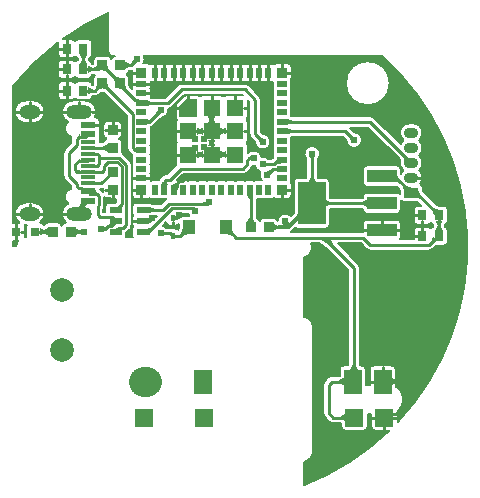
<source format=gtl>
G04 Layer: TopLayer*
G04 EasyEDA Pro v2.2.32.3, 2024-10-30 17:40:40*
G04 Gerber Generator version 0.3*
G04 Scale: 100 percent, Rotated: No, Reflected: No*
G04 Dimensions in millimeters*
G04 Leading zeros omitted, absolute positions, 3 integers and 5 decimals*
%FSLAX35Y35*%
%MOMM*%
%AMPolygonMacro1*4,1,5,-0.12499,0.72499,0.72499,0.72499,0.72499,-0.72499,-0.72499,-0.72499,-0.72499,0.12499,-0.12499,0.72499,0*%
%ADD10C,0.2032*%
%ADD11C,0.254*%
%ADD12R,1.5X2.0*%
%ADD13R,0.8X0.9*%
%ADD14R,1.07201X0.532*%
%ADD15R,1.0X1.2*%
%ADD16R,0.4079X0.6*%
%ADD17R,0.4X0.6*%
%ADD18R,0.4X0.6*%
%ADD19R,0.8X0.8*%
%ADD20C,2.0*%
%ADD21R,0.86401X0.80648*%
%ADD22R,0.86401X0.80648*%
%ADD23R,0.80648X0.86401*%
%ADD24R,0.80648X0.86401*%
%ADD25R,0.55001X0.85001*%
%ADD26R,0.85001X0.55001*%
%ADD27R,1.45001X1.45001*%
%ADD28R,0.9X0.9*%
%ADD29R,0.85001X0.55001*%
%ADD30PolygonMacro1*%
%ADD31R,2.49999X1.1*%
%ADD32R,2.34X3.59999*%
%ADD33R,1.2X0.9*%
%ADD34O,1.2X0.9*%
%ADD35R,1.3X0.3*%
%ADD36R,1.3X0.6*%
%ADD37O,1.8X1.2*%
%ADD38O,2.2X1.2*%
%ADD39R,1.524X1.524*%
%ADD40C,0.61*%
%ADD41C,2.54*%
G75*


G04 Copper Start*
G36*
G01X-1685686Y202476D02*
G01X-1685686Y1357263D01*
G02X-1300505Y1729852I1685686J-1357263D01*
G03X-1301516Y1721400I34802J-8452D01*
G01X-1301516Y1631400D01*
G03X-1265702Y1595586I35814J0D01*
G01X-1185702Y1595586D01*
G03X-1155700Y1611843I0J35814D01*
G03X-1134724Y1596742I30002J19557D01*
G02X-1134212Y1593300I-11298J-3442D01*
G01X-1134212Y1585059D01*
G02X-1134521Y1582373I-11811J0D01*
G03X-1159185Y1566517I5339J-35414D01*
G03X-1189187Y1582773I-30002J-19557D01*
G01X-1269187Y1582773D01*
G03X-1305001Y1546959I0J-35814D01*
G01X-1305001Y1456959D01*
G03X-1269187Y1421145I35814J0D01*
G01X-1189187Y1421145D01*
G03X-1159185Y1437402I0J35814D01*
G03X-1129182Y1421145I30002J19557D01*
G01X-1049183Y1421145D01*
G03X-1013568Y1453181I0J35814D01*
G01X-1011083Y1453445D01*
G01X-991248Y1453445D01*
G03X-1002374Y1427500I24688J-25945D01*
G01X-1002374Y1388878D01*
G02X-1007494Y1371651I-31538J0D01*
G01X-1009652Y1369494D01*
G01X-1010084Y1369579D01*
G03X-1045698Y1401614I-35614J-3779D01*
G01X-1125698Y1401614D01*
G03X-1155700Y1385357I0J-35814D01*
G03X-1185702Y1401614I-30002J-19557D01*
G01X-1265702Y1401614D01*
G03X-1301516Y1365800I0J-35814D01*
G01X-1301516Y1275800D01*
G03X-1265702Y1239986I35814J0D01*
G01X-1185702Y1239986D01*
G03X-1155700Y1256243I0J35814D01*
G03X-1125698Y1239986I30002J19557D01*
G01X-1045698Y1239986D01*
G03X-1010084Y1272021I0J35814D01*
G01X-1007598Y1272286D01*
G01X-989736Y1272286D01*
G03X-955432Y1286495I0J48514D01*
G01X-941762Y1300165D01*
G02X-926236Y1305240I17226J-26418D01*
G02X-910711Y1300165I-1701J-31492D01*
G01X-716353Y1105808D01*
G01X-716353Y838200D01*
G03X-702144Y803895I48514J0D01*
G01X-684184Y785935D01*
G03X-671441Y776780I34305J34305D01*
G03X-673297Y765401I33958J-11379D01*
G01X-673297Y710400D01*
G03X-671048Y697908I35814J0D01*
G03X-673297Y685416I33565J-12492D01*
G01X-673297Y630415D01*
G03X-671043Y617911I35814J0D01*
G03X-673297Y605406I33560J-12504D01*
G01X-673297Y550405D01*
G03X-672504Y542910I35814J0D01*
G03X-675796Y527910I32521J-15000D01*
G01X-675796Y437910D01*
G03X-639982Y402096I35814J0D01*
G01X-549982Y402096D01*
G03X-527048Y410403I0J35814D01*
G03X-507497Y404595I19551J30007D01*
G01X-452496Y404595D01*
G03X-439991Y406849I0J35814D01*
G03X-427487Y404595I12504J33560D01*
G01X-385545Y404595D01*
G03X-394550Y397505I25299J-41395D01*
G01X-432645Y359410D01*
G01X-491890Y359410D01*
G02X-506927Y364896I0J23352D01*
G03X-529990Y373310I-23063J-27400D01*
G01X-637191Y373310D01*
G03X-673005Y337496I0J-35814D01*
G01X-673005Y284296D01*
G03X-666275Y263398I35814J0D01*
G03X-673005Y242500I29085J-20898D01*
G01X-673005Y189300D01*
G03X-666275Y168402I35814J0D01*
G03X-673005Y147504I29085J-20898D01*
G01X-673005Y94304D01*
G03X-669786Y79464I35814J0D01*
G01X-727214Y79464D01*
G03X-723995Y94304I-32595J14840D01*
G01X-723995Y119386D01*
G03X-713948Y127095I-24257J42014D01*
G01X-692096Y148948D01*
G03X-677886Y183252I-34305J34305D01*
G01X-677886Y695663D01*
G03X-692096Y729968I-48514J0D01*
G01X-748870Y786742D01*
G03X-759411Y794733I-34305J-34305D01*
G03X-759186Y798740I-35589J4007D01*
G01X-759186Y879387D01*
G03X-787466Y914400I-35814J0D01*
G03X-759186Y949413I-7534J35013D01*
G01X-759186Y1030060D01*
G03X-795000Y1065874I-35814J0D01*
G01X-881400Y1065874D01*
G03X-917214Y1030060I0J-35814D01*
G01X-917214Y949413D01*
G03X-888934Y914400I35814J0D01*
G03X-916767Y885028I7534J-35013D01*
G02X-919500Y884707I-2733J11490D01*
G01X-948460Y884707D01*
G01X-948460Y901206D01*
G03X-949884Y911205I-35814J0D01*
G03X-948460Y921205I-34390J9999D01*
G01X-948460Y981205D01*
G03X-949882Y991197I-35814J0D01*
G03X-948460Y1001189I-34392J9992D01*
G01X-948460Y1061189D01*
G03X-984274Y1097003I-35814J0D01*
G01X-989579Y1097003D01*
G03X-1073518Y1239017I-83940J46200D01*
G01X-1173518Y1239017D01*
G03X-1215633Y1057141I0J-95814D01*
G03X-1242625Y984683I42102J-56940D01*
G03X-1187240Y930726I69094J15519D01*
G03X-1190688Y912763I45066J-17963D01*
G01X-1190688Y878400D01*
G01X-1240805Y828283D01*
G03X-1255014Y793979I34305J-34305D01*
G01X-1255014Y596900D01*
G03X-1240805Y562595I48514J0D01*
G01X-1190688Y512479D01*
G01X-1190688Y509637D01*
G03X-1187240Y491674I48514J0D01*
G03X-1242625Y437717I13709J-69476D01*
G03X-1215633Y365259I69094J-15519D01*
G03X-1235359Y206012I42115J-86062D01*
G03X-1270000Y177734I372J-35812D01*
G03X-1305013Y206014I-35013J-7534D01*
G01X-1385660Y206014D01*
G03X-1420634Y177914I0J-35814D01*
G03X-1453271Y203127I-34220J-10566D01*
G03X-1511526Y375011I-58255J76070D01*
G01X-1571526Y375011D01*
G03X-1628921Y202476I0J-95814D01*
G01X-1685686Y202476D01*
G37*
%LPC*%
G36*
G01X-1511526Y1239017D02*
G01X-1571526Y1239017D01*
G03X-1571526Y1047389I0J-95814D01*
G01X-1511526Y1047389D01*
G03X-1511526Y1239017I0J95814D01*
G37*
%LPD*%
G36*
G01X-1638125Y50848D02*
G03X-1659333Y4064I63972J-57198D01*
G01X-1685686Y4064D01*
G01X-1685686Y50848D01*
G01X-1638125Y50848D01*
G37*
G36*
G01X-1578933Y86662D02*
G01X-1578933Y166662D01*
G03X-1583482Y184132I-35814J0D01*
G03X-1571526Y183383I11956J95065D01*
G01X-1566877Y183383D01*
G03X-1570667Y167348I32024J-16035D01*
G01X-1570667Y87348D01*
G03X-1569789Y79464I35814J0D01*
G01X-1574153Y79464D01*
G03X-1579701Y79285I0J-85814D01*
G03X-1578933Y86662I-35046J7378D01*
G37*
G36*
G01X-1185702Y1757214D02*
G01X-1263289Y1757214D01*
G02X-876341Y1978820I1263289J-1757214D01*
G01X-876341Y1651000D01*
G03X-840527Y1615186I35814J0D01*
G01X-822016Y1615186D01*
G03X-850900Y1587434I6129J-35286D01*
G03X-885913Y1615714I-35013J-7534D01*
G01X-966560Y1615714D01*
G03X-1002374Y1579900I0J-35814D01*
G01X-1002374Y1550696D01*
G01X-1004660Y1550473D01*
G01X-1011083Y1550473D01*
G01X-1013568Y1550738D01*
G03X-1036198Y1580336I-35614J-3779D01*
G02X-1037184Y1585059I10826J4723D01*
G01X-1037184Y1593300D01*
G02X-1036671Y1596742I11811J0D01*
G03X-1009884Y1631400I-9027J34658D01*
G01X-1009884Y1721400D01*
G03X-1045698Y1757214I-35814J0D01*
G01X-1125698Y1757214D01*
G03X-1155700Y1740957I0J-35814D01*
G03X-1185702Y1757214I-30002J-19557D01*
G37*
G36*
G01X-936142Y487680D02*
G03X-917214Y491525I0J48514D01*
G01X-917214Y461405D01*
G03X-922069Y467072I-39160J-28638D01*
G01X-938413Y483415D01*
G03X-943289Y487680I-34305J-34305D01*
G01X-936142Y487680D01*
G37*
G36*
G01X-810514Y382401D02*
G01X-819605Y373310D01*
G01X-867010Y373310D01*
G03X-902824Y337496I0J-35814D01*
G01X-902824Y297253D01*
G01X-916686Y297253D01*
G01X-916686Y321753D01*
G03X-907860Y349654I-39688J27901D01*
G01X-907860Y419004D01*
G03X-881400Y407326I26460J24136D01*
G01X-810514Y407326D01*
G01X-810514Y382401D01*
G37*
G36*
G01X-699872Y1487866D02*
G02X-697140Y1488186I2732J-11491D01*
G01X-685800Y1488186D01*
G03X-675796Y1489229I0J48514D01*
G01X-675796Y1427900D01*
G03X-672504Y1412900I35814J0D01*
G03X-673297Y1405405I35021J-7496D01*
G01X-673297Y1350404D01*
G03X-671043Y1337899I35814J0D01*
G03X-672185Y1334249I33560J-12504D01*
G01X-694305Y1356369D01*
G02X-699426Y1373595I26417J17227D01*
G01X-699426Y1427500D01*
G03X-721324Y1460500I-35814J0D01*
G03X-699872Y1487866I-13916J33000D01*
G37*
G36*
G01X-574742Y1615186D02*
G01X1440443Y1615186D01*
G02X2162161Y93591I-1440443J-1615186D01*
G02X1574622Y-1484677I-2162161J-93591D01*
G01X1574622Y-1393444D01*
G03X1557522Y-1182158I-80787J99796D01*
G01X1557522Y-1041248D01*
G03X1521708Y-1005434I-35814J0D01*
G01X1371708Y-1005434D01*
G03X1335894Y-1041248I0J-35814D01*
G01X1335894Y-1167835D01*
G01X1303522Y-1167835D01*
G01X1303522Y-1041248D01*
G03X1267708Y-1005434I-35814J0D01*
G01X1254145Y-1005434D01*
G01X1253922Y-1003148D01*
G01X1253922Y-179214D01*
G03X1239712Y-144909I-48514J0D01*
G01X1067117Y27686D01*
G01X1262546Y27686D01*
G01X1308537Y-18305D01*
G03X1342841Y-32514I34305J34305D01*
G01X1835754Y-32514D01*
G03X1870059Y-18305I0J48514D01*
G01X1881465Y-6898D01*
G02X1897406Y8086I255618J-255964D01*
G01X1964202Y8086D01*
G03X2000016Y43900I0J35814D01*
G01X2000016Y133900D01*
G03X1973229Y168558I-35814J0D01*
G02X1972716Y172000I11298J3442D01*
G01X1972716Y183600D01*
G02X1973229Y187042I11811J0D01*
G03X2000016Y221700I-9027J34658D01*
G01X2000016Y311700D01*
G03X1964202Y347514I-35814J0D01*
G01X1924104Y347514D01*
G02X1906877Y352634I0J31538D01*
G01X1794463Y465049D01*
G02X1784906Y479471I30758J30758D01*
G01X1784906Y502192D01*
G03X1766859Y533289I-35814J0D01*
G03X1754079Y647692I-62767J50904D01*
G03X1754079Y774692I-49986J63500D01*
G03X1754079Y901692I-49986J63500D01*
G03X1704092Y1046006I-49986J63500D01*
G01X1674092Y1046006D01*
G03X1624106Y901692I0J-80814D01*
G03X1599532Y869362I49986J-63500D01*
G01X1376700Y1092194D01*
G03X1342395Y1106404I-34305J-34305D01*
G01X675608Y1106404D01*
G01X673115Y1106555D01*
G03X673322Y1110399I-35607J3844D01*
G01X673322Y1165400D01*
G03X671073Y1177892I-35814J0D01*
G03X673322Y1190384I-33565J12492D01*
G01X673322Y1245385D01*
G03X671064Y1257902I-35814J0D01*
G03X673322Y1270419I-33555J12517D01*
G01X673322Y1325420D01*
G03X671073Y1337912I-35814J0D01*
G03X673322Y1350404I-33565J12492D01*
G01X673322Y1405405D01*
G03X672529Y1412900I-35814J0D01*
G03X675822Y1427900I-32521J15000D01*
G01X675822Y1517900D01*
G03X640008Y1553714I-35814J0D01*
G01X550008Y1553714D01*
G03X527073Y1545408I0J-35814D01*
G03X507522Y1551215I-19551J-30007D01*
G01X452521Y1551215D01*
G03X440017Y1548961I0J-35814D01*
G03X427512Y1551215I-12504J-33560D01*
G01X372511Y1551215D01*
G03X360020Y1548966I0J-35814D01*
G03X347528Y1551215I-12492J-33565D01*
G01X292527Y1551215D01*
G03X280022Y1548961I0J-35814D01*
G03X267518Y1551215I-12504J-33560D01*
G01X212517Y1551215D01*
G03X200025Y1548966I0J-35814D01*
G03X187533Y1551215I-12492J-33565D01*
G01X132532Y1551215D01*
G03X120028Y1548961I0J-35814D01*
G03X107523Y1551215I-12504J-33560D01*
G01X52522Y1551215D01*
G03X40030Y1548966I0J-35814D01*
G03X27539Y1551215I-12492J-33565D01*
G01X-27462Y1551215D01*
G03X-39967Y1548961I0J-35814D01*
G03X-52471Y1551215I-12504J-33560D01*
G01X-107472Y1551215D01*
G03X-119977Y1548961I0J-35814D01*
G03X-132481Y1551215I-12504J-33560D01*
G01X-187482Y1551215D01*
G03X-199974Y1548966I0J-35814D01*
G03X-212466Y1551215I-12492J-33565D01*
G01X-267467Y1551215D01*
G03X-279971Y1548961I0J-35814D01*
G03X-292476Y1551215I-12504J-33560D01*
G01X-347477Y1551215D01*
G03X-359981Y1548961I0J-35814D01*
G03X-372486Y1551215I-12504J-33560D01*
G01X-427487Y1551215D01*
G03X-439991Y1548961I0J-35814D01*
G03X-452496Y1551215I-12504J-33560D01*
G01X-507497Y1551215D01*
G03X-527048Y1545408I0J-35814D01*
G03X-549982Y1553714I-22934J-27507D01*
G01X-577938Y1553714D01*
G03X-574742Y1615186I-57062J33786D01*
G37*
%LPC*%
G36*
G01X1506614Y1384300D02*
G03X1134986Y1384300I-185814J0D01*
G03X1506614Y1384300I185814J0D01*
G37*
%LPD*%
G36*
G01X-429642Y1089248D02*
G01X-426852Y1089571D01*
G03X-366308Y1166107I-4948J66129D01*
G03X-339095Y1179796I-7092J47993D01*
G01X-233905Y1284986D01*
G01X259305Y1284986D01*
G01X260586Y1283705D01*
G01X124997Y1283705D01*
G03X98755Y1272263I0J-35814D01*
G03X72513Y1283705I-26242J-24372D01*
G01X-72488Y1283705D01*
G03X-98740Y1272251I0J-35814D01*
G03X-125001Y1283713I-26261J-24352D01*
G01X-210000Y1283713D01*
G03X-235324Y1273224I0J-35814D01*
G01X-295324Y1213224D01*
G03X-305813Y1187900I25324J-25324D01*
G01X-305813Y1102901D01*
G03X-294365Y1076653I35814J0D01*
G03X-305812Y1050406I24367J-26247D01*
G01X-305812Y905405D01*
G03X-294357Y879150I35814J0D01*
G03X-305812Y852895I24358J-26255D01*
G01X-305812Y707894D01*
G03X-300493Y689114I35814J0D01*
G01X-375081Y614526D01*
G01X-384459Y614526D01*
G03X-418764Y600316I0J-48514D01*
G01X-435107Y583973D01*
G03X-447989Y560940I34305J-34305D01*
G03X-452496Y561224I-4507J-35529D01*
G01X-507497Y561224D01*
G03X-516668Y560030I0J-35814D01*
G01X-516668Y605406D01*
G03X-518922Y617911I-35814J0D01*
G03X-516668Y630415I-33560J12504D01*
G01X-516668Y685416D01*
G03X-518917Y697908I-35814J0D01*
G03X-516668Y710400I-33565J12492D01*
G01X-516668Y765401D01*
G03X-518922Y777905I-35814J0D01*
G03X-516668Y790410I-33560J12504D01*
G01X-516668Y845411D01*
G03X-518922Y857915I-35814J0D01*
G03X-516668Y870420I-33560J12504D01*
G01X-516668Y925421D01*
G03X-518917Y937913I-35814J0D01*
G03X-516668Y950405I-33565J12492D01*
G01X-516668Y1005406D01*
G03X-517112Y1011032I-35814J0D01*
G03X-495280Y1023611I-12472J46883D01*
G01X-429642Y1089248D01*
G37*
G36*
G01X305812Y1102890D02*
G01X305812Y1238479D01*
G01X319786Y1224505D01*
G01X319786Y952500D01*
G03X333995Y918195I48514J0D01*
G01X365348Y886842D01*
G01X365671Y884052D01*
G03X478691Y842109I66129J4948D01*
G03X436748Y955129I-46891J46891D01*
G01X433958Y955452D01*
G01X416814Y972595D01*
G01X416814Y1244600D01*
G03X402605Y1278905I-48514J0D01*
G01X313705Y1367805D01*
G03X279400Y1382014I-34305J-34305D01*
G01X-254000Y1382014D01*
G03X-288305Y1367805I0J-48514D01*
G01X-393495Y1262614D01*
G01X-514382Y1262614D01*
G02X-517440Y1262994I0J12492D01*
G03X-516668Y1270394I-35041J7399D01*
G01X-516668Y1325395D01*
G03X-518922Y1337899I-35814J0D01*
G03X-516668Y1350404I-33560J12504D01*
G01X-516668Y1395780D01*
G03X-507497Y1394586I9171J34620D01*
G01X-452496Y1394586D01*
G03X-439991Y1396840I0J35814D01*
G03X-427487Y1394586I12504J33560D01*
G01X-372486Y1394586D01*
G03X-359981Y1396840I0J35814D01*
G03X-347477Y1394586I12504J33560D01*
G01X-292476Y1394586D01*
G03X-279971Y1396840I0J35814D01*
G03X-267467Y1394586I12504J33560D01*
G01X-212466Y1394586D01*
G03X-199974Y1396835I0J35814D01*
G03X-187482Y1394586I12492J33565D01*
G01X-132481Y1394586D01*
G03X-119977Y1396840I0J35814D01*
G03X-107472Y1394586I12504J33560D01*
G01X-52471Y1394586D01*
G03X-39967Y1396840I0J35814D01*
G03X-27462Y1394586I12504J33560D01*
G01X27539Y1394586D01*
G03X40030Y1396835I0J35814D01*
G03X52522Y1394586I12492J33565D01*
G01X107523Y1394586D01*
G03X120028Y1396840I0J35814D01*
G03X132532Y1394586I12504J33560D01*
G01X187533Y1394586D01*
G03X200025Y1396835I0J35814D01*
G03X212517Y1394586I12492J33565D01*
G01X267518Y1394586D01*
G03X280022Y1396840I0J35814D01*
G03X292527Y1394586I12504J33560D01*
G01X347528Y1394586D01*
G03X360020Y1396835I0J35814D01*
G03X372511Y1394586I12492J33565D01*
G01X427512Y1394586D01*
G03X440017Y1396840I0J35814D01*
G03X452521Y1394586I12504J33560D01*
G01X507522Y1394586D01*
G03X516693Y1395780I0J35814D01*
G01X516693Y1350404D01*
G03X518942Y1337912I35814J0D01*
G03X516693Y1325420I33565J-12492D01*
G01X516693Y1270419D01*
G03X518952Y1257902I35814J0D01*
G03X516693Y1245385I33555J-12517D01*
G01X516693Y1190384D01*
G03X518942Y1177892I35814J0D01*
G03X516693Y1165400I33565J-12492D01*
G01X516693Y1110399D01*
G03X518947Y1097895I35814J0D01*
G03X516693Y1085390I33560J-12504D01*
G01X516693Y1030389D01*
G03X518942Y1017897I35814J0D01*
G03X516693Y1005406I33565J-12492D01*
G01X516693Y950405D01*
G03X518947Y937900I35814J0D01*
G03X516693Y925396I33560J-12504D01*
G01X516693Y870395D01*
G03X518942Y857903I35814J0D01*
G03X516693Y845411I33565J-12492D01*
G01X516693Y790410D01*
G03X518947Y777905I35814J0D01*
G03X516693Y765401I33560J-12504D01*
G01X516693Y755305D01*
G03X506646Y747596I24257J-42014D01*
G01X506064Y747014D01*
G01X477263Y747014D01*
G01X475062Y748759D01*
G03X420307Y763811I-43262J-50259D01*
G03X375621Y812520I-64707J-14511D01*
G03X311042Y798414I-20021J-63220D01*
G01X309673Y797179D01*
G03X305812Y796385I7826J-47879D01*
G01X305812Y852895D01*
G03X294357Y879150I-35814J0D01*
G03X305812Y905405I-24358J26255D01*
G01X305812Y1050406D01*
G03X294370Y1076648I-35814J0D01*
G03X305812Y1102890I-24372J26242D01*
G37*
G36*
G01X-491890Y262382D02*
G01X-465977Y262382D01*
G01X-494176Y234183D01*
G01X-494176Y242500D01*
G03X-499408Y261139I-35814J0D01*
G02X-491890Y262382I7518J-22108D01*
G37*
G36*
G01X-310200Y155920D02*
G01X-329467Y155920D01*
G03X-354393Y162814I-24927J-41620D01*
G01X-386337Y162814D01*
G01X-388538Y164559D01*
G03X-413191Y177950I-43262J-50259D01*
G01X-385709Y205432D01*
G03X-350200Y174280I35509J4662D01*
G01X-310200Y174280D01*
G03X-278905Y192680I0J35814D01*
G01X-278905Y160001D01*
G02X-283368Y143827I-31538J0D01*
G03X-310200Y155920I-26832J-23721D01*
G37*
G36*
G01X-240501Y611887D02*
G01X261962Y611887D01*
G03X296267Y626097I0J48514D01*
G01X332203Y662033D01*
G03X344784Y683874I-34305J34305D01*
G03X367093Y683989I10816J65426D01*
G03X409144Y636176I64707J14511D01*
G03X424542Y561224I60756J-26576D01*
G01X372511Y561224D01*
G03X360007Y558971I0J-35814D01*
G03X347502Y561224I-12504J-33560D01*
G01X292501Y561224D01*
G03X280010Y558975I0J-35814D01*
G03X267518Y561224I-12492J-33565D01*
G01X212517Y561224D01*
G03X200012Y558971I0J-35814D01*
G03X187508Y561224I-12504J-33560D01*
G01X132507Y561224D01*
G03X120015Y558975I0J-35814D01*
G03X107523Y561224I-12492J-33565D01*
G01X52522Y561224D01*
G03X40018Y558971I0J-35814D01*
G03X27513Y561224I-12504J-33560D01*
G01X-27488Y561224D01*
G03X-39980Y558975I0J-35814D01*
G03X-52471Y561224I-12492J-33565D01*
G01X-107472Y561224D01*
G03X-119977Y558971I0J-35814D01*
G03X-132481Y561224I-12504J-33560D01*
G01X-187482Y561224D01*
G03X-199987Y558971I0J-35814D01*
G03X-212491Y561224I-12504J-33560D01*
G01X-267492Y561224D01*
G03X-279997Y558971I0J-35814D01*
G03X-291188Y561200I-12504J-33560D01*
G01X-240501Y611887D01*
G37*
G36*
G01X-200826Y279086D02*
G03X-189415Y260914I61126J25714D01*
G01X-243091Y260914D01*
G03X-274386Y242514I0J-35814D01*
G01X-274386Y270093D01*
G03X-275533Y279086I-35814J0D01*
G01X-200826Y279086D01*
G37*
G36*
G01X1110200Y929391D02*
G01X1140048Y899542D01*
G01X1140371Y896752D01*
G03X1253391Y854809I66129J4948D01*
G03X1211448Y967829I-46891J46891D01*
G01X1208658Y968152D01*
G01X1167433Y1009376D01*
G01X1322300Y1009376D01*
G01X1591949Y739727D01*
G01X1592358Y739232D01*
G01X1592751Y738580D01*
G01X1593586Y736738D01*
G01X1594414Y734286D01*
G01X1594999Y731789D01*
G01X1595250Y729857D01*
G01X1595257Y729229D01*
G01X1595148Y728475D01*
G03X1624106Y647692I78944J-17283D01*
G03X1600960Y618581I49986J-63500D01*
G01X1600808Y618951D01*
G01X1600808Y653297D01*
G03X1564994Y689111I-35814J0D01*
G01X1314995Y689111D01*
G03X1279181Y653297I0J-35814D01*
G01X1279181Y543297D01*
G03X1314995Y507483I35814J0D01*
G01X1564994Y507483D01*
G03X1569437Y507760I0J35814D01*
G02X1573506Y504170I-26690J-34347D01*
G01X1588158Y489517D01*
G02X1593279Y472291I-26418J-17226D01*
G01X1593279Y445269D01*
G03X1564994Y459114I-28284J-21969D01*
G01X1314995Y459114D01*
G03X1279181Y423300I0J-35814D01*
G01X1279181Y417037D01*
G01X1276895Y416814D01*
G01X1001103Y416814D01*
G01X998817Y417037D01*
G01X998817Y548300D01*
G03X963003Y584114I-35814J0D01*
G01X899637Y584114D01*
G01X899414Y586400D01*
G01X899414Y741937D01*
G01X901159Y744138D01*
G03X850900Y853714I-50259J43262D01*
G03X800641Y744138I0J-66314D01*
G01X802386Y741937D01*
G01X802386Y586400D01*
G01X802163Y584114D01*
G01X729003Y584114D01*
G03X693189Y548300I0J-35814D01*
G01X693189Y288961D01*
G02X685221Y276214I-40314J16336D01*
G01X668671Y263306D01*
G03X598247Y277698I-46371J-47406D01*
G03X556083Y219485I24053J-61798D01*
G03X522060Y244114I-34023J-11185D01*
G01X441413Y244114D01*
G03X406400Y215834I0J-35814D01*
G03X380063Y243048I-35013J-7534D01*
G02X379578Y246400I11325J3353D01*
G01X379578Y402309D01*
G01X379594Y404595D01*
G01X427512Y404595D01*
G03X440017Y406849I0J35814D01*
G03X452521Y404595I12504J33560D01*
G01X507522Y404595D01*
G03X527073Y410403I0J35814D01*
G03X550008Y402096I22934J27507D01*
G01X640008Y402096D01*
G03X675822Y437910I0J35814D01*
G01X675822Y527910D01*
G03X672529Y542910I-35814J0D01*
G03X673322Y550405I-35021J7496D01*
G01X673322Y605406D01*
G03X671073Y617898I-35814J0D01*
G03X673322Y630390I-33565J12492D01*
G01X673322Y685391D01*
G03X671068Y697895I-35814J0D01*
G03X673322Y710400I-33560J12504D01*
G01X673322Y765401D01*
G03X671068Y777905I-35814J0D01*
G03X673322Y790410I-33560J12504D01*
G01X673322Y845411D01*
G03X671073Y857903I-35814J0D01*
G03X673322Y870395I-33565J12492D01*
G01X673322Y925396D01*
G03X673115Y929240I-35814J0D01*
G01X675608Y929391D01*
G01X1110200Y929391D01*
G37*
G36*
G01X949994Y124714D02*
G01X669684Y124714D01*
G03X677107Y130795I-26881J40386D01*
G01X706639Y160327D01*
G03X729003Y152486I22364J27973D01*
G01X963003Y152486D01*
G03X998817Y188300I0J35814D01*
G01X998817Y319563D01*
G01X1001103Y319786D01*
G01X1276895Y319786D01*
G01X1279181Y319563D01*
G01X1279181Y313300D01*
G03X1314995Y277486I35814J0D01*
G01X1564994Y277486D01*
G03X1600808Y313300I0J35814D01*
G01X1600808Y390223D01*
G03X1629093Y376378I28284J21969D01*
G01X1741759Y376378D01*
G02X1756537Y365756I-25074J-50475D01*
G01X1774779Y347514D01*
G01X1744198Y347514D01*
G03X1708384Y311700I0J-35814D01*
G01X1708384Y221700D01*
G03X1744198Y185886I35814J0D01*
G01X1824198Y185886D01*
G03X1854200Y202143I0J35814D01*
G03X1875176Y187042I30002J19557D01*
G02X1875688Y183600I-11298J-3442D01*
G01X1875688Y172000D01*
G02X1875176Y168558I-11811J0D01*
G03X1854200Y153457I9027J-34658D01*
G03X1824198Y169714I-30002J-19557D01*
G01X1744198Y169714D01*
G03X1708384Y133900I0J-35814D01*
G01X1708384Y64514D01*
G01X1595484Y64514D01*
G03X1600808Y83303I-30490J18789D01*
G01X1600808Y193303D01*
G03X1564994Y229117I-35814J0D01*
G01X1314995Y229117D01*
G03X1279181Y193303I0J-35814D01*
G01X1279181Y124714D01*
G01X949994Y124714D01*
G37*
G36*
G01X1386408Y-1558061D02*
G01X1502047Y-1558061D01*
G02X785114Y-2016754I-1502047J1558061D01*
G01X785114Y-1819530D01*
G03X838956Y-1791229I-10414J85180D01*
G03X860514Y-1734350I-64256J56879D01*
G01X860514Y-678650D01*
G03X785114Y-593470I-85814J0D01*
G01X785114Y-89588D01*
G03X841191Y-44344I-20867J83238D01*
G03X843022Y27686I-76945J37994D01*
G01X911624Y27686D01*
G02X973202Y-15617I-93890J-198949D01*
G01X1156894Y-199309D01*
G01X1156894Y-1003148D01*
G01X1156670Y-1005434D01*
G01X1117708Y-1005434D01*
G03X1081894Y-1041248I0J-35814D01*
G01X1081894Y-1092510D01*
G01X1079608Y-1092733D01*
G01X1017753Y-1092733D01*
G03X983448Y-1106943I0J-48514D01*
G01X956295Y-1134095D01*
G03X942086Y-1168400I34305J-34305D01*
G01X942086Y-1409700D01*
G03X956295Y-1444005I48514J0D01*
G01X992643Y-1480352D01*
G03X1026947Y-1494561I34305J34305D01*
G01X1094308Y-1494561D01*
G01X1096594Y-1494785D01*
G01X1096594Y-1522247D01*
G03X1132408Y-1558061I35814J0D01*
G01X1284808Y-1558061D01*
G03X1320622Y-1522247I0J35814D01*
G01X1320622Y-1419460D01*
G01X1350594Y-1419460D01*
G01X1350594Y-1522247D01*
G03X1386408Y-1558061I35814J0D01*
G37*
G54D10*
G01X-1685686Y202476D02*
G01X-1685686Y1357263D01*
G02X-1300505Y1729852I1685686J-1357263D01*
G03X-1301516Y1721400I34802J-8452D01*
G01X-1301516Y1631400D01*
G03X-1265702Y1595586I35814J0D01*
G01X-1185702Y1595586D01*
G03X-1155700Y1611843I0J35814D01*
G03X-1134724Y1596742I30002J19557D01*
G02X-1134212Y1593300I-11298J-3442D01*
G01X-1134212Y1585059D01*
G02X-1134521Y1582373I-11811J0D01*
G03X-1159185Y1566517I5339J-35414D01*
G03X-1189187Y1582773I-30002J-19557D01*
G01X-1269187Y1582773D01*
G03X-1305001Y1546959I0J-35814D01*
G01X-1305001Y1456959D01*
G03X-1269187Y1421145I35814J0D01*
G01X-1189187Y1421145D01*
G03X-1159185Y1437402I0J35814D01*
G03X-1129182Y1421145I30002J19557D01*
G01X-1049183Y1421145D01*
G03X-1013568Y1453181I0J35814D01*
G01X-1011083Y1453445D01*
G01X-991248Y1453445D01*
G03X-1002374Y1427500I24688J-25945D01*
G01X-1002374Y1388878D01*
G02X-1007494Y1371651I-31538J0D01*
G01X-1009652Y1369494D01*
G01X-1010084Y1369579D01*
G03X-1045698Y1401614I-35614J-3779D01*
G01X-1125698Y1401614D01*
G03X-1155700Y1385357I0J-35814D01*
G03X-1185702Y1401614I-30002J-19557D01*
G01X-1265702Y1401614D01*
G03X-1301516Y1365800I0J-35814D01*
G01X-1301516Y1275800D01*
G03X-1265702Y1239986I35814J0D01*
G01X-1185702Y1239986D01*
G03X-1155700Y1256243I0J35814D01*
G03X-1125698Y1239986I30002J19557D01*
G01X-1045698Y1239986D01*
G03X-1010084Y1272021I0J35814D01*
G01X-1007598Y1272286D01*
G01X-989736Y1272286D01*
G03X-955432Y1286495I0J48514D01*
G01X-941762Y1300165D01*
G02X-926236Y1305240I17226J-26418D01*
G02X-910711Y1300165I-1701J-31492D01*
G01X-716353Y1105808D01*
G01X-716353Y838200D01*
G03X-702144Y803895I48514J0D01*
G01X-684184Y785935D01*
G03X-671441Y776780I34305J34305D01*
G03X-673297Y765401I33958J-11379D01*
G01X-673297Y710400D01*
G03X-671048Y697908I35814J0D01*
G03X-673297Y685416I33565J-12492D01*
G01X-673297Y630415D01*
G03X-671043Y617911I35814J0D01*
G03X-673297Y605406I33560J-12504D01*
G01X-673297Y550405D01*
G03X-672504Y542910I35814J0D01*
G03X-675796Y527910I32521J-15000D01*
G01X-675796Y437910D01*
G03X-639982Y402096I35814J0D01*
G01X-549982Y402096D01*
G03X-527048Y410403I0J35814D01*
G03X-507497Y404595I19551J30007D01*
G01X-452496Y404595D01*
G03X-439991Y406849I0J35814D01*
G03X-427487Y404595I12504J33560D01*
G01X-385545Y404595D01*
G03X-394550Y397505I25299J-41395D01*
G01X-432645Y359410D01*
G01X-491890Y359410D01*
G02X-506927Y364896I0J23352D01*
G03X-529990Y373310I-23063J-27400D01*
G01X-637191Y373310D01*
G03X-673005Y337496I0J-35814D01*
G01X-673005Y284296D01*
G03X-666275Y263398I35814J0D01*
G03X-673005Y242500I29085J-20898D01*
G01X-673005Y189300D01*
G03X-666275Y168402I35814J0D01*
G03X-673005Y147504I29085J-20898D01*
G01X-673005Y94304D01*
G03X-669786Y79464I35814J0D01*
G01X-727214Y79464D01*
G03X-723995Y94304I-32595J14840D01*
G01X-723995Y119386D01*
G03X-713948Y127095I-24257J42014D01*
G01X-692096Y148948D01*
G03X-677886Y183252I-34305J34305D01*
G01X-677886Y695663D01*
G03X-692096Y729968I-48514J0D01*
G01X-748870Y786742D01*
G03X-759411Y794733I-34305J-34305D01*
G03X-759186Y798740I-35589J4007D01*
G01X-759186Y879387D01*
G03X-787466Y914400I-35814J0D01*
G03X-759186Y949413I-7534J35013D01*
G01X-759186Y1030060D01*
G03X-795000Y1065874I-35814J0D01*
G01X-881400Y1065874D01*
G03X-917214Y1030060I0J-35814D01*
G01X-917214Y949413D01*
G03X-888934Y914400I35814J0D01*
G03X-916767Y885028I7534J-35013D01*
G02X-919500Y884707I-2733J11490D01*
G01X-948460Y884707D01*
G01X-948460Y901206D01*
G03X-949884Y911205I-35814J0D01*
G03X-948460Y921205I-34390J9999D01*
G01X-948460Y981205D01*
G03X-949882Y991197I-35814J0D01*
G03X-948460Y1001189I-34392J9992D01*
G01X-948460Y1061189D01*
G03X-984274Y1097003I-35814J0D01*
G01X-989579Y1097003D01*
G03X-1073518Y1239017I-83940J46200D01*
G01X-1173518Y1239017D01*
G03X-1215633Y1057141I0J-95814D01*
G03X-1242625Y984683I42102J-56940D01*
G03X-1187240Y930726I69094J15519D01*
G03X-1190688Y912763I45066J-17963D01*
G01X-1190688Y878400D01*
G01X-1240805Y828283D01*
G03X-1255014Y793979I34305J-34305D01*
G01X-1255014Y596900D01*
G03X-1240805Y562595I48514J0D01*
G01X-1190688Y512479D01*
G01X-1190688Y509637D01*
G03X-1187240Y491674I48514J0D01*
G03X-1242625Y437717I13709J-69476D01*
G03X-1215633Y365259I69094J-15519D01*
G03X-1235359Y206012I42115J-86062D01*
G03X-1270000Y177734I372J-35812D01*
G03X-1305013Y206014I-35013J-7534D01*
G01X-1385660Y206014D01*
G03X-1420634Y177914I0J-35814D01*
G03X-1453271Y203127I-34220J-10566D01*
G03X-1511526Y375011I-58255J76070D01*
G01X-1571526Y375011D01*
G03X-1628921Y202476I0J-95814D01*
G01X-1685686Y202476D01*
G01X-1511526Y1239017D02*
G01X-1571526Y1239017D01*
G03X-1571526Y1047389I0J-95814D01*
G01X-1511526Y1047389D01*
G03X-1511526Y1239017I0J95814D01*
G01X-1638125Y50848D02*
G03X-1659333Y4064I63972J-57198D01*
G01X-1685686Y4064D01*
G01X-1685686Y50848D01*
G01X-1638125Y50848D01*
G01X-1578933Y86662D02*
G01X-1578933Y166662D01*
G03X-1583482Y184132I-35814J0D01*
G03X-1571526Y183383I11956J95065D01*
G01X-1566877Y183383D01*
G03X-1570667Y167348I32024J-16035D01*
G01X-1570667Y87348D01*
G03X-1569789Y79464I35814J0D01*
G01X-1574153Y79464D01*
G03X-1579701Y79285I0J-85814D01*
G03X-1578933Y86662I-35046J7378D01*
G01X-1185702Y1757214D02*
G01X-1263289Y1757214D01*
G02X-876341Y1978820I1263289J-1757214D01*
G01X-876341Y1651000D01*
G03X-840527Y1615186I35814J0D01*
G01X-822016Y1615186D01*
G03X-850900Y1587434I6129J-35286D01*
G03X-885913Y1615714I-35013J-7534D01*
G01X-966560Y1615714D01*
G03X-1002374Y1579900I0J-35814D01*
G01X-1002374Y1550696D01*
G01X-1004660Y1550473D01*
G01X-1011083Y1550473D01*
G01X-1013568Y1550738D01*
G03X-1036198Y1580336I-35614J-3779D01*
G02X-1037184Y1585059I10826J4723D01*
G01X-1037184Y1593300D01*
G02X-1036671Y1596742I11811J0D01*
G03X-1009884Y1631400I-9027J34658D01*
G01X-1009884Y1721400D01*
G03X-1045698Y1757214I-35814J0D01*
G01X-1125698Y1757214D01*
G03X-1155700Y1740957I0J-35814D01*
G03X-1185702Y1757214I-30002J-19557D01*
G01X-936142Y487680D02*
G03X-917214Y491525I0J48514D01*
G01X-917214Y461405D01*
G03X-922069Y467072I-39160J-28638D01*
G01X-938413Y483415D01*
G03X-943289Y487680I-34305J-34305D01*
G01X-936142Y487680D01*
G01X-810514Y382401D02*
G01X-819605Y373310D01*
G01X-867010Y373310D01*
G03X-902824Y337496I0J-35814D01*
G01X-902824Y297253D01*
G01X-916686Y297253D01*
G01X-916686Y321753D01*
G03X-907860Y349654I-39688J27901D01*
G01X-907860Y419004D01*
G03X-881400Y407326I26460J24136D01*
G01X-810514Y407326D01*
G01X-810514Y382401D01*
G01X-699872Y1487866D02*
G02X-697140Y1488186I2732J-11491D01*
G01X-685800Y1488186D01*
G03X-675796Y1489229I0J48514D01*
G01X-675796Y1427900D01*
G03X-672504Y1412900I35814J0D01*
G03X-673297Y1405405I35021J-7496D01*
G01X-673297Y1350404D01*
G03X-671043Y1337899I35814J0D01*
G03X-672185Y1334249I33560J-12504D01*
G01X-694305Y1356369D01*
G02X-699426Y1373595I26417J17227D01*
G01X-699426Y1427500D01*
G03X-721324Y1460500I-35814J0D01*
G03X-699872Y1487866I-13916J33000D01*
G01X-574742Y1615186D02*
G01X1440443Y1615186D01*
G02X2162161Y93591I-1440443J-1615186D01*
G02X1574622Y-1484677I-2162161J-93591D01*
G01X1574622Y-1393444D01*
G03X1557522Y-1182158I-80787J99796D01*
G01X1557522Y-1041248D01*
G03X1521708Y-1005434I-35814J0D01*
G01X1371708Y-1005434D01*
G03X1335894Y-1041248I0J-35814D01*
G01X1335894Y-1167835D01*
G01X1303522Y-1167835D01*
G01X1303522Y-1041248D01*
G03X1267708Y-1005434I-35814J0D01*
G01X1254145Y-1005434D01*
G01X1253922Y-1003148D01*
G01X1253922Y-179214D01*
G03X1239712Y-144909I-48514J0D01*
G01X1067117Y27686D01*
G01X1262546Y27686D01*
G01X1308537Y-18305D01*
G03X1342841Y-32514I34305J34305D01*
G01X1835754Y-32514D01*
G03X1870059Y-18305I0J48514D01*
G01X1881465Y-6898D01*
G02X1897406Y8086I255618J-255964D01*
G01X1964202Y8086D01*
G03X2000016Y43900I0J35814D01*
G01X2000016Y133900D01*
G03X1973229Y168558I-35814J0D01*
G02X1972716Y172000I11298J3442D01*
G01X1972716Y183600D01*
G02X1973229Y187042I11811J0D01*
G03X2000016Y221700I-9027J34658D01*
G01X2000016Y311700D01*
G03X1964202Y347514I-35814J0D01*
G01X1924104Y347514D01*
G02X1906877Y352634I0J31538D01*
G01X1794463Y465049D01*
G02X1784906Y479471I30758J30758D01*
G01X1784906Y502192D01*
G03X1766859Y533289I-35814J0D01*
G03X1754079Y647692I-62767J50904D01*
G03X1754079Y774692I-49986J63500D01*
G03X1754079Y901692I-49986J63500D01*
G03X1704092Y1046006I-49986J63500D01*
G01X1674092Y1046006D01*
G03X1624106Y901692I0J-80814D01*
G03X1599532Y869362I49986J-63500D01*
G01X1376700Y1092194D01*
G03X1342395Y1106404I-34305J-34305D01*
G01X675608Y1106404D01*
G01X673115Y1106555D01*
G03X673322Y1110399I-35607J3844D01*
G01X673322Y1165400D01*
G03X671073Y1177892I-35814J0D01*
G03X673322Y1190384I-33565J12492D01*
G01X673322Y1245385D01*
G03X671064Y1257902I-35814J0D01*
G03X673322Y1270419I-33555J12517D01*
G01X673322Y1325420D01*
G03X671073Y1337912I-35814J0D01*
G03X673322Y1350404I-33565J12492D01*
G01X673322Y1405405D01*
G03X672529Y1412900I-35814J0D01*
G03X675822Y1427900I-32521J15000D01*
G01X675822Y1517900D01*
G03X640008Y1553714I-35814J0D01*
G01X550008Y1553714D01*
G03X527073Y1545408I0J-35814D01*
G03X507522Y1551215I-19551J-30007D01*
G01X452521Y1551215D01*
G03X440017Y1548961I0J-35814D01*
G03X427512Y1551215I-12504J-33560D01*
G01X372511Y1551215D01*
G03X360020Y1548966I0J-35814D01*
G03X347528Y1551215I-12492J-33565D01*
G01X292527Y1551215D01*
G03X280022Y1548961I0J-35814D01*
G03X267518Y1551215I-12504J-33560D01*
G01X212517Y1551215D01*
G03X200025Y1548966I0J-35814D01*
G03X187533Y1551215I-12492J-33565D01*
G01X132532Y1551215D01*
G03X120028Y1548961I0J-35814D01*
G03X107523Y1551215I-12504J-33560D01*
G01X52522Y1551215D01*
G03X40030Y1548966I0J-35814D01*
G03X27539Y1551215I-12492J-33565D01*
G01X-27462Y1551215D01*
G03X-39967Y1548961I0J-35814D01*
G03X-52471Y1551215I-12504J-33560D01*
G01X-107472Y1551215D01*
G03X-119977Y1548961I0J-35814D01*
G03X-132481Y1551215I-12504J-33560D01*
G01X-187482Y1551215D01*
G03X-199974Y1548966I0J-35814D01*
G03X-212466Y1551215I-12492J-33565D01*
G01X-267467Y1551215D01*
G03X-279971Y1548961I0J-35814D01*
G03X-292476Y1551215I-12504J-33560D01*
G01X-347477Y1551215D01*
G03X-359981Y1548961I0J-35814D01*
G03X-372486Y1551215I-12504J-33560D01*
G01X-427487Y1551215D01*
G03X-439991Y1548961I0J-35814D01*
G03X-452496Y1551215I-12504J-33560D01*
G01X-507497Y1551215D01*
G03X-527048Y1545408I0J-35814D01*
G03X-549982Y1553714I-22934J-27507D01*
G01X-577938Y1553714D01*
G03X-574742Y1615186I-57062J33786D01*
G01X1506614Y1384300D02*
G03X1134986Y1384300I-185814J0D01*
G03X1506614Y1384300I185814J0D01*
G01X-429642Y1089248D02*
G01X-426852Y1089571D01*
G03X-366308Y1166107I-4948J66129D01*
G03X-339095Y1179796I-7092J47993D01*
G01X-233905Y1284986D01*
G01X259305Y1284986D01*
G01X260586Y1283705D01*
G01X124997Y1283705D01*
G03X98755Y1272263I0J-35814D01*
G03X72513Y1283705I-26242J-24372D01*
G01X-72488Y1283705D01*
G03X-98740Y1272251I0J-35814D01*
G03X-125001Y1283713I-26261J-24352D01*
G01X-210000Y1283713D01*
G03X-235324Y1273224I0J-35814D01*
G01X-295324Y1213224D01*
G03X-305813Y1187900I25324J-25324D01*
G01X-305813Y1102901D01*
G03X-294365Y1076653I35814J0D01*
G03X-305812Y1050406I24367J-26247D01*
G01X-305812Y905405D01*
G03X-294357Y879150I35814J0D01*
G03X-305812Y852895I24358J-26255D01*
G01X-305812Y707894D01*
G03X-300493Y689114I35814J0D01*
G01X-375081Y614526D01*
G01X-384459Y614526D01*
G03X-418764Y600316I0J-48514D01*
G01X-435107Y583973D01*
G03X-447989Y560940I34305J-34305D01*
G03X-452496Y561224I-4507J-35529D01*
G01X-507497Y561224D01*
G03X-516668Y560030I0J-35814D01*
G01X-516668Y605406D01*
G03X-518922Y617911I-35814J0D01*
G03X-516668Y630415I-33560J12504D01*
G01X-516668Y685416D01*
G03X-518917Y697908I-35814J0D01*
G03X-516668Y710400I-33565J12492D01*
G01X-516668Y765401D01*
G03X-518922Y777905I-35814J0D01*
G03X-516668Y790410I-33560J12504D01*
G01X-516668Y845411D01*
G03X-518922Y857915I-35814J0D01*
G03X-516668Y870420I-33560J12504D01*
G01X-516668Y925421D01*
G03X-518917Y937913I-35814J0D01*
G03X-516668Y950405I-33565J12492D01*
G01X-516668Y1005406D01*
G03X-517112Y1011032I-35814J0D01*
G03X-495280Y1023611I-12472J46883D01*
G01X-429642Y1089248D01*
G01X305812Y1102890D02*
G01X305812Y1238479D01*
G01X319786Y1224505D01*
G01X319786Y952500D01*
G03X333995Y918195I48514J0D01*
G01X365348Y886842D01*
G01X365671Y884052D01*
G03X478691Y842109I66129J4948D01*
G03X436748Y955129I-46891J46891D01*
G01X433958Y955452D01*
G01X416814Y972595D01*
G01X416814Y1244600D01*
G03X402605Y1278905I-48514J0D01*
G01X313705Y1367805D01*
G03X279400Y1382014I-34305J-34305D01*
G01X-254000Y1382014D01*
G03X-288305Y1367805I0J-48514D01*
G01X-393495Y1262614D01*
G01X-514382Y1262614D01*
G02X-517440Y1262994I0J12492D01*
G03X-516668Y1270394I-35041J7399D01*
G01X-516668Y1325395D01*
G03X-518922Y1337899I-35814J0D01*
G03X-516668Y1350404I-33560J12504D01*
G01X-516668Y1395780D01*
G03X-507497Y1394586I9171J34620D01*
G01X-452496Y1394586D01*
G03X-439991Y1396840I0J35814D01*
G03X-427487Y1394586I12504J33560D01*
G01X-372486Y1394586D01*
G03X-359981Y1396840I0J35814D01*
G03X-347477Y1394586I12504J33560D01*
G01X-292476Y1394586D01*
G03X-279971Y1396840I0J35814D01*
G03X-267467Y1394586I12504J33560D01*
G01X-212466Y1394586D01*
G03X-199974Y1396835I0J35814D01*
G03X-187482Y1394586I12492J33565D01*
G01X-132481Y1394586D01*
G03X-119977Y1396840I0J35814D01*
G03X-107472Y1394586I12504J33560D01*
G01X-52471Y1394586D01*
G03X-39967Y1396840I0J35814D01*
G03X-27462Y1394586I12504J33560D01*
G01X27539Y1394586D01*
G03X40030Y1396835I0J35814D01*
G03X52522Y1394586I12492J33565D01*
G01X107523Y1394586D01*
G03X120028Y1396840I0J35814D01*
G03X132532Y1394586I12504J33560D01*
G01X187533Y1394586D01*
G03X200025Y1396835I0J35814D01*
G03X212517Y1394586I12492J33565D01*
G01X267518Y1394586D01*
G03X280022Y1396840I0J35814D01*
G03X292527Y1394586I12504J33560D01*
G01X347528Y1394586D01*
G03X360020Y1396835I0J35814D01*
G03X372511Y1394586I12492J33565D01*
G01X427512Y1394586D01*
G03X440017Y1396840I0J35814D01*
G03X452521Y1394586I12504J33560D01*
G01X507522Y1394586D01*
G03X516693Y1395780I0J35814D01*
G01X516693Y1350404D01*
G03X518942Y1337912I35814J0D01*
G03X516693Y1325420I33565J-12492D01*
G01X516693Y1270419D01*
G03X518952Y1257902I35814J0D01*
G03X516693Y1245385I33555J-12517D01*
G01X516693Y1190384D01*
G03X518942Y1177892I35814J0D01*
G03X516693Y1165400I33565J-12492D01*
G01X516693Y1110399D01*
G03X518947Y1097895I35814J0D01*
G03X516693Y1085390I33560J-12504D01*
G01X516693Y1030389D01*
G03X518942Y1017897I35814J0D01*
G03X516693Y1005406I33565J-12492D01*
G01X516693Y950405D01*
G03X518947Y937900I35814J0D01*
G03X516693Y925396I33560J-12504D01*
G01X516693Y870395D01*
G03X518942Y857903I35814J0D01*
G03X516693Y845411I33565J-12492D01*
G01X516693Y790410D01*
G03X518947Y777905I35814J0D01*
G03X516693Y765401I33560J-12504D01*
G01X516693Y755305D01*
G03X506646Y747596I24257J-42014D01*
G01X506064Y747014D01*
G01X477263Y747014D01*
G01X475062Y748759D01*
G03X420307Y763811I-43262J-50259D01*
G03X375621Y812520I-64707J-14511D01*
G03X311042Y798414I-20021J-63220D01*
G01X309673Y797179D01*
G03X305812Y796385I7826J-47879D01*
G01X305812Y852895D01*
G03X294357Y879150I-35814J0D01*
G03X305812Y905405I-24358J26255D01*
G01X305812Y1050406D01*
G03X294370Y1076648I-35814J0D01*
G03X305812Y1102890I-24372J26242D01*
G01X-491890Y262382D02*
G01X-465977Y262382D01*
G01X-494176Y234183D01*
G01X-494176Y242500D01*
G03X-499408Y261139I-35814J0D01*
G02X-491890Y262382I7518J-22108D01*
G01X-310200Y155920D02*
G01X-329467Y155920D01*
G03X-354393Y162814I-24927J-41620D01*
G01X-386337Y162814D01*
G01X-388538Y164559D01*
G03X-413191Y177950I-43262J-50259D01*
G01X-385709Y205432D01*
G03X-350200Y174280I35509J4662D01*
G01X-310200Y174280D01*
G03X-278905Y192680I0J35814D01*
G01X-278905Y160001D01*
G02X-283368Y143827I-31538J0D01*
G03X-310200Y155920I-26832J-23721D01*
G01X-240501Y611887D02*
G01X261962Y611887D01*
G03X296267Y626097I0J48514D01*
G01X332203Y662033D01*
G03X344784Y683874I-34305J34305D01*
G03X367093Y683989I10816J65426D01*
G03X409144Y636176I64707J14511D01*
G03X424542Y561224I60756J-26576D01*
G01X372511Y561224D01*
G03X360007Y558971I0J-35814D01*
G03X347502Y561224I-12504J-33560D01*
G01X292501Y561224D01*
G03X280010Y558975I0J-35814D01*
G03X267518Y561224I-12492J-33565D01*
G01X212517Y561224D01*
G03X200012Y558971I0J-35814D01*
G03X187508Y561224I-12504J-33560D01*
G01X132507Y561224D01*
G03X120015Y558975I0J-35814D01*
G03X107523Y561224I-12492J-33565D01*
G01X52522Y561224D01*
G03X40018Y558971I0J-35814D01*
G03X27513Y561224I-12504J-33560D01*
G01X-27488Y561224D01*
G03X-39980Y558975I0J-35814D01*
G03X-52471Y561224I-12492J-33565D01*
G01X-107472Y561224D01*
G03X-119977Y558971I0J-35814D01*
G03X-132481Y561224I-12504J-33560D01*
G01X-187482Y561224D01*
G03X-199987Y558971I0J-35814D01*
G03X-212491Y561224I-12504J-33560D01*
G01X-267492Y561224D01*
G03X-279997Y558971I0J-35814D01*
G03X-291188Y561200I-12504J-33560D01*
G01X-240501Y611887D01*
G01X-200826Y279086D02*
G03X-189415Y260914I61126J25714D01*
G01X-243091Y260914D01*
G03X-274386Y242514I0J-35814D01*
G01X-274386Y270093D01*
G03X-275533Y279086I-35814J0D01*
G01X-200826Y279086D01*
G01X1110200Y929391D02*
G01X1140048Y899542D01*
G01X1140371Y896752D01*
G03X1253391Y854809I66129J4948D01*
G03X1211448Y967829I-46891J46891D01*
G01X1208658Y968152D01*
G01X1167433Y1009376D01*
G01X1322300Y1009376D01*
G01X1591949Y739727D01*
G01X1592358Y739232D01*
G01X1592751Y738580D01*
G01X1593586Y736738D01*
G01X1594414Y734286D01*
G01X1594999Y731789D01*
G01X1595250Y729857D01*
G01X1595257Y729229D01*
G01X1595148Y728475D01*
G03X1624106Y647692I78944J-17283D01*
G03X1600960Y618581I49986J-63500D01*
G01X1600808Y618951D01*
G01X1600808Y653297D01*
G03X1564994Y689111I-35814J0D01*
G01X1314995Y689111D01*
G03X1279181Y653297I0J-35814D01*
G01X1279181Y543297D01*
G03X1314995Y507483I35814J0D01*
G01X1564994Y507483D01*
G03X1569437Y507760I0J35814D01*
G02X1573506Y504170I-26690J-34347D01*
G01X1588158Y489517D01*
G02X1593279Y472291I-26418J-17226D01*
G01X1593279Y445269D01*
G03X1564994Y459114I-28284J-21969D01*
G01X1314995Y459114D01*
G03X1279181Y423300I0J-35814D01*
G01X1279181Y417037D01*
G01X1276895Y416814D01*
G01X1001103Y416814D01*
G01X998817Y417037D01*
G01X998817Y548300D01*
G03X963003Y584114I-35814J0D01*
G01X899637Y584114D01*
G01X899414Y586400D01*
G01X899414Y741937D01*
G01X901159Y744138D01*
G03X850900Y853714I-50259J43262D01*
G03X800641Y744138I0J-66314D01*
G01X802386Y741937D01*
G01X802386Y586400D01*
G01X802163Y584114D01*
G01X729003Y584114D01*
G03X693189Y548300I0J-35814D01*
G01X693189Y288961D01*
G02X685221Y276214I-40314J16336D01*
G01X668671Y263306D01*
G03X598247Y277698I-46371J-47406D01*
G03X556083Y219485I24053J-61798D01*
G03X522060Y244114I-34023J-11185D01*
G01X441413Y244114D01*
G03X406400Y215834I0J-35814D01*
G03X380063Y243048I-35013J-7534D01*
G02X379578Y246400I11325J3353D01*
G01X379578Y402309D01*
G01X379594Y404595D01*
G01X427512Y404595D01*
G03X440017Y406849I0J35814D01*
G03X452521Y404595I12504J33560D01*
G01X507522Y404595D01*
G03X527073Y410403I0J35814D01*
G03X550008Y402096I22934J27507D01*
G01X640008Y402096D01*
G03X675822Y437910I0J35814D01*
G01X675822Y527910D01*
G03X672529Y542910I-35814J0D01*
G03X673322Y550405I-35021J7496D01*
G01X673322Y605406D01*
G03X671073Y617898I-35814J0D01*
G03X673322Y630390I-33565J12492D01*
G01X673322Y685391D01*
G03X671068Y697895I-35814J0D01*
G03X673322Y710400I-33560J12504D01*
G01X673322Y765401D01*
G03X671068Y777905I-35814J0D01*
G03X673322Y790410I-33560J12504D01*
G01X673322Y845411D01*
G03X671073Y857903I-35814J0D01*
G03X673322Y870395I-33565J12492D01*
G01X673322Y925396D01*
G03X673115Y929240I-35814J0D01*
G01X675608Y929391D01*
G01X1110200Y929391D01*
G01X949994Y124714D02*
G01X669684Y124714D01*
G03X677107Y130795I-26881J40386D01*
G01X706639Y160327D01*
G03X729003Y152486I22364J27973D01*
G01X963003Y152486D01*
G03X998817Y188300I0J35814D01*
G01X998817Y319563D01*
G01X1001103Y319786D01*
G01X1276895Y319786D01*
G01X1279181Y319563D01*
G01X1279181Y313300D01*
G03X1314995Y277486I35814J0D01*
G01X1564994Y277486D01*
G03X1600808Y313300I0J35814D01*
G01X1600808Y390223D01*
G03X1629093Y376378I28284J21969D01*
G01X1741759Y376378D01*
G02X1756537Y365756I-25074J-50475D01*
G01X1774779Y347514D01*
G01X1744198Y347514D01*
G03X1708384Y311700I0J-35814D01*
G01X1708384Y221700D01*
G03X1744198Y185886I35814J0D01*
G01X1824198Y185886D01*
G03X1854200Y202143I0J35814D01*
G03X1875176Y187042I30002J19557D01*
G02X1875688Y183600I-11298J-3442D01*
G01X1875688Y172000D01*
G02X1875176Y168558I-11811J0D01*
G03X1854200Y153457I9027J-34658D01*
G03X1824198Y169714I-30002J-19557D01*
G01X1744198Y169714D01*
G03X1708384Y133900I0J-35814D01*
G01X1708384Y64514D01*
G01X1595484Y64514D01*
G03X1600808Y83303I-30490J18789D01*
G01X1600808Y193303D01*
G03X1564994Y229117I-35814J0D01*
G01X1314995Y229117D01*
G03X1279181Y193303I0J-35814D01*
G01X1279181Y124714D01*
G01X949994Y124714D01*
G01X1386408Y-1558061D02*
G01X1502047Y-1558061D01*
G02X785114Y-2016754I-1502047J1558061D01*
G01X785114Y-1819530D01*
G03X838956Y-1791229I-10414J85180D01*
G03X860514Y-1734350I-64256J56879D01*
G01X860514Y-678650D01*
G03X785114Y-593470I-85814J0D01*
G01X785114Y-89588D01*
G03X841191Y-44344I-20867J83238D01*
G03X843022Y27686I-76945J37994D01*
G01X911624Y27686D01*
G02X973202Y-15617I-93890J-198949D01*
G01X1156894Y-199309D01*
G01X1156894Y-1003148D01*
G01X1156670Y-1005434D01*
G01X1117708Y-1005434D01*
G03X1081894Y-1041248I0J-35814D01*
G01X1081894Y-1092510D01*
G01X1079608Y-1092733D01*
G01X1017753Y-1092733D01*
G03X983448Y-1106943I0J-48514D01*
G01X956295Y-1134095D01*
G03X942086Y-1168400I34305J-34305D01*
G01X942086Y-1409700D01*
G03X956295Y-1444005I48514J0D01*
G01X992643Y-1480352D01*
G03X1026947Y-1494561I34305J34305D01*
G01X1094308Y-1494561D01*
G01X1096594Y-1494785D01*
G01X1096594Y-1522247D01*
G03X1132408Y-1558061I35814J0D01*
G01X1284808Y-1558061D01*
G03X1320622Y-1522247I0J35814D01*
G01X1320622Y-1419460D01*
G01X1350594Y-1419460D01*
G01X1350594Y-1522247D01*
G03X1386408Y-1558061I35814J0D01*
G54D11*
G01X-1654746Y86916D02*
G01X-1654746Y61008D01*
G01X-1654746Y166408D02*
G01X-1654746Y192316D01*
G01X-1615001Y126662D02*
G01X-1589093Y126662D01*
G01X-1268933Y1501959D02*
G01X-1294841Y1501959D01*
G01X-1229187Y1546705D02*
G01X-1229187Y1572613D01*
G01X-1229187Y1457213D02*
G01X-1229187Y1431305D01*
G01X-1265448Y1676400D02*
G01X-1291356Y1676400D01*
G01X-1225702Y1721146D02*
G01X-1225702Y1747054D01*
G01X-1225702Y1631654D02*
G01X-1225702Y1605746D01*
G01X-984528Y1031189D02*
G01X-958620Y1031189D01*
G01X-1265448Y1320800D02*
G01X-1291356Y1320800D01*
G01X-1225702Y1365546D02*
G01X-1225702Y1391454D01*
G01X-1225702Y1276054D02*
G01X-1225702Y1250146D01*
G01X-637229Y1377904D02*
G01X-663137Y1377904D01*
G01X-552736Y1377904D02*
G01X-526828Y1377904D01*
G01X-639728Y1472900D02*
G01X-665636Y1472900D01*
G01X-639728Y482910D02*
G01X-665636Y482910D01*
G01X-594982Y438164D02*
G01X-594982Y412256D01*
G01X-838200Y443394D02*
G01X-838200Y417486D01*
G01X-881146Y483464D02*
G01X-907054Y483464D01*
G01X-637229Y577906D02*
G01X-663137Y577906D01*
G01X-552736Y577906D02*
G01X-526828Y577906D01*
G01X-552736Y1297894D02*
G01X-526828Y1297894D01*
G01X-636937Y215900D02*
G01X-662845Y215900D01*
G01X-838200Y1029806D02*
G01X-838200Y1055714D01*
G01X-881146Y989736D02*
G01X-907054Y989736D01*
G01X-795254Y989736D02*
G01X-769346Y989736D01*
G01X-330200Y210348D02*
G01X-330200Y184440D01*
G01X-159982Y1430654D02*
G01X-159982Y1404746D01*
G01X-159982Y1515147D02*
G01X-159982Y1541055D01*
G01X80023Y1430654D02*
G01X80023Y1404746D01*
G01X80023Y1515147D02*
G01X80023Y1541055D01*
G01X-479996Y1430654D02*
G01X-479996Y1404746D01*
G01X-479996Y1515147D02*
G01X-479996Y1541055D01*
G01X160033Y1430654D02*
G01X160033Y1404746D01*
G01X160033Y1515147D02*
G01X160033Y1541055D01*
G01X-399986Y1430654D02*
G01X-399986Y1404746D01*
G01X-399986Y1515147D02*
G01X-399986Y1541055D01*
G01X-79972Y1430654D02*
G01X-79972Y1404746D01*
G01X-79972Y1515147D02*
G01X-79972Y1541055D01*
G01X-239966Y1430654D02*
G01X-239966Y1404746D01*
G01X-239966Y1515147D02*
G01X-239966Y1541055D01*
G01X240017Y1430654D02*
G01X240017Y1404746D01*
G01X240017Y1515147D02*
G01X240017Y1541055D01*
G01X-319976Y1430654D02*
G01X-319976Y1404746D01*
G01X-319976Y1515147D02*
G01X-319976Y1541055D01*
G01X38Y1430654D02*
G01X38Y1404746D01*
G01X38Y1515147D02*
G01X38Y1541055D01*
G01X269744Y1175390D02*
G01X295652Y1175390D01*
G01X197498Y1247637D02*
G01X197498Y1273545D01*
G01X13Y1247637D02*
G01X13Y1273545D01*
G01X-269745Y1175415D02*
G01X-295653Y1175415D01*
G01X-197498Y1247645D02*
G01X-197498Y1273553D01*
G01X-269744Y977905D02*
G01X-295652Y977905D01*
G01X269744Y977905D02*
G01X295652Y977905D01*
G01X-269744Y780395D02*
G01X-295652Y780395D01*
G01X400012Y1430654D02*
G01X400012Y1404746D01*
G01X400012Y1515147D02*
G01X400012Y1541055D01*
G01X639754Y1472900D02*
G01X665662Y1472900D01*
G01X595008Y1517646D02*
G01X595008Y1543554D01*
G01X320027Y1430654D02*
G01X320027Y1404746D01*
G01X320027Y1515147D02*
G01X320027Y1541055D01*
G01X480022Y1430654D02*
G01X480022Y1404746D01*
G01X480022Y1515147D02*
G01X480022Y1541055D01*
G01X1315249Y138303D02*
G01X1289341Y138303D01*
G01X1564740Y138303D02*
G01X1590648Y138303D01*
G01X1439995Y193049D02*
G01X1439995Y218957D01*
G01X639754Y482910D02*
G01X665662Y482910D01*
G01X595008Y438164D02*
G01X595008Y412256D01*
G01X1744452Y88900D02*
G01X1718544Y88900D01*
G01X1784198Y133646D02*
G01X1784198Y159554D01*
G01X1744452Y266700D02*
G01X1718544Y266700D01*
G01X1784198Y221954D02*
G01X1784198Y196046D01*
G01X-1541526Y1202949D02*
G01X-1541526Y1228857D01*
G01X-1541526Y1083457D02*
G01X-1541526Y1057549D01*
G01X-1451780Y1143203D02*
G01X-1425872Y1143203D01*
G01X-1631272Y1143203D02*
G01X-1657180Y1143203D01*
G01X-1541526Y338943D02*
G01X-1541526Y364851D01*
G01X-1451780Y279197D02*
G01X-1425872Y279197D01*
G01X-1631272Y279197D02*
G01X-1657180Y279197D01*
G01X-1233264Y279197D02*
G01X-1259172Y279197D01*
G01X-1123518Y1202949D02*
G01X-1123518Y1228857D01*
G01X-1013772Y1143203D02*
G01X-987864Y1143203D01*
G01X-1233264Y1143203D02*
G01X-1259172Y1143203D01*
G01X1521454Y-1141247D02*
G01X1547362Y-1141247D01*
G01X1371962Y-1141247D02*
G01X1346054Y-1141247D01*
G01X1446708Y-1041502D02*
G01X1446708Y-1015594D01*
G01X1538554Y-1446047D02*
G01X1564462Y-1446047D01*
G01X1386662Y-1446047D02*
G01X1360754Y-1446047D01*
G01X1462608Y-1521993D02*
G01X1462608Y-1547901D01*
G01X1748838Y584192D02*
G01X1774746Y584192D01*
G04 Copper End*

G04 TearDrop Start*
G36*
G01X-1098398Y1585059D02*
G01X-1072998Y1585059D01*
G03X-1053948Y1546959I47625J0D01*
G01X-1117448Y1546959D01*
G03X-1098398Y1585059I-28575J38100D01*
G37*
G36*
G01X-1011083Y1514659D02*
G01X-1011083Y1489259D01*
G03X-1049183Y1470209I0J-47625D01*
G01X-1049183Y1533709D01*
G03X-1011083Y1514659I38100J28575D01*
G37*
G36*
G01X-1072998Y1593300D02*
G01X-1098398Y1593300D01*
G03X-1117448Y1631400I-47625J0D01*
G01X-1053948Y1631400D01*
G03X-1072998Y1593300I28575J-38100D01*
G37*
G36*
G01X-1007598Y1333500D02*
G01X-1007598Y1308100D01*
G03X-1045698Y1289050I0J-47625D01*
G01X-1045698Y1352550D01*
G03X-1007598Y1333500I38100J28575D01*
G37*
G36*
G01X1855968Y18253D02*
G01X1864157Y62363D01*
G03X1884202Y96198I-56082J56082D01*
G01X1884202Y43900D01*
G03X1855968Y18253I252881J-306762D01*
G37*
G36*
G01X1911502Y172000D02*
G01X1936902Y172000D01*
G03X1955952Y133900I47625J0D01*
G01X1892452Y133900D01*
G03X1911502Y172000I-28575J38100D01*
G37*
G36*
G01X1870732Y302210D02*
G01X1883693Y325170D01*
G03X1924104Y311700I40411J53882D01*
G01X1884202Y261799D01*
G03X1870732Y302210I-67352J0D01*
G37*
G36*
G01X1936902Y183600D02*
G01X1911502Y183600D01*
G03X1892452Y221700I-47625J0D01*
G01X1955952Y221700D01*
G03X1936902Y183600I28575J-38100D01*
G37*
G36*
G01X-516736Y160975D02*
G01X-511797Y129992D01*
G03X-529990Y94304I45859J-45859D01*
G01X-557147Y147504D01*
G03X-516736Y160975I0J67352D01*
G37*
G36*
G01X-491890Y323596D02*
G01X-491890Y298196D01*
G03X-529990Y284296I0J-59166D01*
G01X-529990Y337496D01*
G03X-491890Y323596I38100J45266D01*
G37*
G36*
G01X-842095Y169254D02*
G01X-862885Y184384D01*
G03X-867010Y189300I-4124J727D01*
G01X-808260Y189300D01*
G03X-842095Y169254I22246J-76128D01*
G37*
G36*
G01X-784724Y167550D02*
G01X-763934Y152420D01*
G03X-759809Y147504I4124J-727D01*
G01X-818559Y147504D01*
G03X-784724Y167550I-22246J76128D01*
G37*
G36*
G01X-248600Y91630D02*
G01X-256561Y119590D01*
G03X-243091Y160001I-53882J40411D01*
G01X-208189Y105100D01*
G03X-248600Y91630I0J-67352D01*
G37*
G36*
G01X180361Y119590D02*
G01X172400Y91630D01*
G03X131989Y105100I-40411J-53882D01*
G01X166891Y160001D01*
G03X180361Y119590I67352J0D01*
G37*
G36*
G01X-1416754Y140048D02*
G01X-1416754Y114648D01*
G03X-1454854Y95598I0J-47625D01*
G01X-1454854Y159098D01*
G03X-1416754Y140048I38100J28575D01*
G37*
G36*
G01X-919500Y823493D02*
G01X-919500Y848893D01*
G03X-881400Y867943I0J47625D01*
G01X-881400Y804443D01*
G03X-919500Y823493I-38100J-28575D01*
G37*
G36*
G01X560160Y177800D02*
G01X560160Y152400D01*
G03X522060Y133350I0J-47625D01*
G01X522060Y196850D01*
G03X560160Y177800I38100J28575D01*
G37*
G36*
G01X318364Y246400D02*
G01X343764Y246400D01*
G03X362814Y208300I47625J0D01*
G01X299314Y208300D01*
G03X318364Y246400I-28575J38100D01*
G37*
G36*
G01X-1116240Y139700D02*
G01X-1116240Y114300D01*
G03X-1154340Y95250I0J-47625D01*
G01X-1154340Y158750D01*
G03X-1116240Y139700I38100J28575D01*
G37*
G36*
G01X-1423760Y114648D02*
G01X-1423760Y140048D01*
G03X-1385660Y159098I0J47625D01*
G01X-1385660Y95598D01*
G03X-1423760Y114648I-38100J-28575D01*
G37*
G36*
G01X-697140Y1549400D02*
G01X-697140Y1524000D01*
G03X-735240Y1504950I0J-47625D01*
G01X-735240Y1568450D01*
G03X-697140Y1549400I38100J28575D01*
G37*
G36*
G01X-872442Y1500866D02*
G01X-887526Y1480029D01*
G03X-927937Y1493500I-40411J-53882D01*
G01X-885913Y1541278D01*
G03X-872442Y1500866I67352J0D01*
G37*
G36*
G01X-1004660Y1489259D02*
G01X-1004660Y1514659D01*
G03X-966560Y1533709I0J47625D01*
G01X-966560Y1493500D01*
G03X-1004660Y1489259I0J-173279D01*
G37*
G36*
G01X-964947Y1327629D02*
G01X-980031Y1348466D01*
G03X-966560Y1388878I-53882J40411D01*
G01X-924535Y1341100D01*
G03X-964947Y1327629I0J-67352D01*
G37*
G36*
G01X-872442Y1348466D02*
G01X-887526Y1327629D01*
G03X-927937Y1341100I-40411J-53882D01*
G01X-885913Y1388878D01*
G03X-872442Y1348466I67352J0D01*
G37*
G36*
G01X-829358Y1421861D02*
G01X-812547Y1440971D01*
G03X-772135Y1427500I40411J53882D01*
G01X-815887Y1381450D01*
G03X-829358Y1421861I-67352J0D01*
G37*
G36*
G01X-721769Y1333184D02*
G01X-752136Y1327629D01*
G03X-792547Y1341100I-40411J-53882D01*
G01X-735240Y1373595D01*
G03X-721769Y1333184I67352J0D01*
G37*
G36*
G01X675608Y990605D02*
G01X675608Y965205D01*
G03X637508Y950405I0J-56439D01*
G01X637508Y1005406D01*
G03X675608Y990605I38100J41639D01*
G37*
G36*
G01X540951Y700591D02*
G01X540951Y725991D01*
G03X552507Y745041I-9923J19050D01*
G01X552507Y710400D01*
G03X540951Y700591I0J-11712D01*
G37*
G36*
G01X-413503Y549668D02*
G01X-388103Y549668D01*
G03X-372486Y525410I26649J0D01*
G01X-427487Y525410D01*
G03X-413503Y549668I-14046J24257D01*
G37*
G36*
G01X-308093Y536967D02*
G01X-282693Y536967D01*
G03X-292501Y525410I1903J-11556D01*
G01X-327143Y525410D01*
G03X-308093Y536967I0J21479D01*
G37*
G36*
G01X-12687Y1088506D02*
G01X12713Y1088506D01*
G03X31763Y1050406I47625J0D01*
G01X-31737Y1050406D01*
G03X-12687Y1088506I-28575J38100D01*
G37*
G36*
G01X12713Y867305D02*
G01X-12687Y867305D01*
G03X-31737Y905405I-47625J0D01*
G01X31763Y905405D01*
G03X12713Y867305I28575J-38100D01*
G37*
G36*
G01X110613Y990605D02*
G01X110613Y965205D01*
G03X72513Y946155I0J-47625D01*
G01X72513Y1009655D01*
G03X110613Y990605I38100J28575D01*
G37*
G36*
G01X-110588Y965205D02*
G01X-110588Y990605D01*
G03X-72488Y1009655I0J47625D01*
G01X-72488Y946155D01*
G03X-110588Y965205I-38100J-28575D01*
G37*
G36*
G01X-514382Y1226800D02*
G01X-514382Y1201400D01*
G03X-552482Y1190409I0J-71531D01*
G01X-552482Y1245410D01*
G03X-514382Y1226800I38100J29696D01*
G37*
G36*
G01X-529585Y1070615D02*
G01X-529585Y1045215D01*
G03X-552482Y1030415I0J-25111D01*
G01X-552482Y1085416D01*
G03X-529585Y1070615I22897J10311D01*
G37*
G36*
G01X-649879Y807539D02*
G01X-649879Y832939D01*
G03X-637483Y845411I-76J12472D01*
G01X-637483Y790410D01*
G03X-649879Y807539I-18033J0D01*
G37*
G36*
G01X343764Y402309D02*
G01X318364Y402309D01*
G03X299314Y440409I-47625J0D01*
G01X347502Y440409D01*
G03X343764Y402309I192254J-38100D01*
G37*
G36*
G01X675608Y1070590D02*
G01X675608Y1045190D01*
G03X637508Y1030389I0J-56439D01*
G01X637508Y1085390D01*
G03X675608Y1070590I38100J41639D01*
G37*
G36*
G01X86897Y965205D02*
G01X86897Y990605D01*
G03X124997Y1009655I0J47625D01*
G01X124997Y946155D01*
G03X86897Y965205I-38100J-28575D01*
G37*
G36*
G01X12713Y1064790D02*
G01X-12687Y1064790D01*
G03X-31737Y1102890I-47625J0D01*
G01X31763Y1102890D01*
G03X12713Y1064790I28575J-38100D01*
G37*
G36*
G01X-86897Y990605D02*
G01X-86897Y965205D01*
G03X-124997Y946155I0J-47625D01*
G01X-124997Y1009655D01*
G03X-86897Y990605I38100J28575D01*
G37*
G36*
G01X-86897Y793095D02*
G01X-86897Y767695D01*
G03X-124997Y748645I0J-47625D01*
G01X-124997Y812145D01*
G03X-86897Y793095I38100J28575D01*
G37*
G36*
G01X110613Y793095D02*
G01X110613Y767695D01*
G03X72513Y748645I0J-47625D01*
G01X72513Y812145D01*
G03X110613Y793095I38100J28575D01*
G37*
G36*
G01X-110588Y767695D02*
G01X-110588Y793095D01*
G03X-72488Y812145I0J47625D01*
G01X-72488Y748645D01*
G03X-110588Y767695I-38100J-28575D01*
G37*
G36*
G01X-12687Y890995D02*
G01X12713Y890995D01*
G03X31763Y852895I47625J0D01*
G01X-31737Y852895D01*
G03X-12687Y890995I-28575J38100D01*
G37*
G36*
G01X86897Y767695D02*
G01X86897Y793095D01*
G03X124997Y812145I0J47625D01*
G01X124997Y748645D01*
G03X86897Y767695I-38100J-28575D01*
G37*
G36*
G01X1276895Y355600D02*
G01X1276895Y381000D01*
G03X1314995Y400050I0J47625D01*
G01X1314995Y336550D01*
G03X1276895Y355600I-38100J-28575D01*
G37*
G36*
G01X1585040Y579205D02*
G01X1598830Y529494D01*
G03X1564994Y549540I-56082J-56082D01*
G01X1564994Y613040D01*
G03X1585040Y579205I76128J22246D01*
G37*
G36*
G01X838200Y586400D02*
G01X863600Y586400D01*
G03X882650Y548300I47625J0D01*
G01X819150Y548300D01*
G03X838200Y586400I-28575J38100D01*
G37*
G36*
G01X695167Y199504D02*
G01X708957Y249214D01*
G03X729003Y283050I-56082J56082D01*
G01X729003Y219550D01*
G03X695167Y199504I22246J-76128D01*
G37*
G36*
G01X1001103Y381000D02*
G01X1001103Y355600D01*
G03X963003Y336550I0J-47625D01*
G01X963003Y400050D01*
G03X1001103Y381000I38100J28575D01*
G37*
G36*
G01X1615622Y512702D02*
G01X1648583Y515663D01*
G03X1688994Y502192I40411J53882D01*
G01X1629093Y472291D01*
G03X1615622Y512702I-67352J0D01*
G37*
G36*
G01X1769138Y439725D02*
G01X1781862Y391080D01*
G03X1749092Y412192I-65177J-65177D01*
G01X1749092Y473560D01*
G03X1769138Y439725I76128J22246D01*
G37*
G36*
G01X1618466Y763858D02*
G01X1641132Y777113D01*
G01X1648615Y769431D01*
G01X1652257Y765897D01*
G01X1655987Y762730D01*
G01X1659921Y760054D01*
G01X1664172Y757990D01*
G01X1668858Y756662D01*
G01X1674092Y756192D01*
G01X1630384Y721895D01*
G01X1631098Y726848D01*
G01X1631040Y732364D01*
G01X1630281Y738203D01*
G01X1628892Y744126D01*
G01X1626944Y749892D01*
G01X1624510Y755263D01*
G01X1621660Y759998D01*
G01X1618466Y763858D01*
G37*
G36*
G01X-946174Y548894D02*
G01X-946174Y523494D01*
G03X-984274Y521194I0J-316723D01*
G01X-984274Y551194D01*
G03X-946174Y548894I38100J314423D01*
G37*
G36*
G01X-1137739Y617039D02*
G01X-1137739Y642439D01*
G03X-1114274Y651194I0J35826D01*
G01X-1114274Y621194D01*
G03X-1137739Y617039I0J-68348D01*
G37*
G36*
G01X-1125830Y716406D02*
G01X-1125830Y741806D01*
G03X-1114274Y751194I0J11807D01*
G01X-1114274Y721194D01*
G03X-1125830Y716406I0J-16343D01*
G37*
G36*
G01X-972718Y461811D02*
G01X-972718Y436411D01*
G03X-984274Y441195I-11556J-11564D01*
G01X-984274Y480861D01*
G03X-972718Y461811I21479J0D01*
G37*
G36*
G01X-1081360Y341165D02*
G01X-1131070Y327375D01*
G03X-1111024Y361211I-56082J56082D01*
G01X-1047524Y361211D01*
G03X-1081360Y341165I22246J-76128D01*
G37*
G36*
G01X-1125830Y916406D02*
G01X-1125830Y941806D01*
G03X-1114274Y960856I-9923J19050D01*
G01X-1114274Y921205D01*
G03X-1125830Y916406I0J-16315D01*
G37*
G36*
G01X-1099203Y359243D02*
G01X-1051482Y371042D01*
G01X-1063425Y360290D01*
G01X-1074896Y349985D01*
G01X-1078665Y345663D01*
G01X-1079745Y343825D01*
G01X-1080169Y342247D01*
G01X-1079848Y340962D01*
G01X-1078692Y340003D01*
G01X-1076612Y339404D01*
G01X-1073518Y339197D01*
G01X-1133038Y339197D01*
G01X-1127926Y339647D01*
G01X-1123181Y340919D01*
G01X-1118746Y342897D01*
G01X-1114563Y345461D01*
G01X-1110576Y348495D01*
G01X-1106724Y351882D01*
G01X-1099203Y359243D01*
G37*
G36*
G01X1559808Y-1128547D02*
G01X1559808Y-1153947D01*
G03X1521708Y-1172997I0J-47625D01*
G01X1521708Y-1109497D01*
G03X1559808Y-1128547I38100J28575D01*
G37*
G36*
G01X1192708Y-1003148D02*
G01X1218108Y-1003148D01*
G03X1237158Y-1041248I47625J0D01*
G01X1173658Y-1041248D01*
G03X1192708Y-1003148I-28575J38100D01*
G37*
G36*
G01X1079608Y-1153947D02*
G01X1079608Y-1128547D01*
G03X1117708Y-1109497I0J47625D01*
G01X1117708Y-1172997D01*
G03X1079608Y-1153947I-38100J-28575D01*
G37*
G36*
G01X1094308Y-1458747D02*
G01X1094308Y-1433347D01*
G03X1132408Y-1414297I0J47625D01*
G01X1132408Y-1477797D01*
G03X1094308Y-1458747I-38100J-28575D01*
G37*
G36*
G01X-655494Y1549045D02*
G01X-673455Y1567006D01*
G01X-671600Y1569179D01*
G01X-670019Y1571661D01*
G01X-667615Y1577279D01*
G01X-666132Y1583308D01*
G01X-665453Y1589197D01*
G01X-633303Y1557047D01*
G01X-639192Y1556368D01*
G01X-645221Y1554885D01*
G01X-650839Y1552481D01*
G01X-653321Y1550900D01*
G01X-655494Y1549045D01*
G37*
G36*
G01X-452294Y1117245D02*
G01X-470255Y1135206D01*
G01X-468400Y1137379D01*
G01X-466819Y1139861D01*
G01X-464415Y1145479D01*
G01X-462932Y1151508D01*
G01X-462253Y1157397D01*
G01X-430103Y1125247D01*
G01X-435992Y1124568D01*
G01X-442021Y1123085D01*
G01X-447639Y1120681D01*
G01X-450121Y1119100D01*
G01X-452294Y1117245D01*
G37*
G36*
G01X-901571Y165100D02*
G01X-901571Y139700D01*
G01X-904270Y139475D01*
G01X-906753Y138838D01*
G01X-911237Y136565D01*
G01X-915362Y133351D01*
G01X-919467Y129666D01*
G01X-919467Y175134D01*
G01X-915362Y171449D01*
G01X-911237Y168235D01*
G01X-906753Y165962D01*
G01X-904270Y165325D01*
G01X-901571Y165100D01*
G37*
G36*
G01X-390117Y127000D02*
G01X-390117Y101600D01*
G01X-392964Y101375D01*
G01X-395838Y100738D01*
G01X-401510Y98465D01*
G01X-406823Y95251D01*
G01X-411467Y91566D01*
G01X-411467Y137034D01*
G01X-406823Y133349D01*
G01X-401510Y130135D01*
G01X-395838Y127862D01*
G01X-392964Y127225D01*
G01X-390117Y127000D01*
G37*
G36*
G01X1168045Y922194D02*
G01X1186006Y940155D01*
G01X1188179Y938300D01*
G01X1190661Y936719D01*
G01X1196279Y934315D01*
G01X1202308Y932832D01*
G01X1208197Y932153D01*
G01X1176047Y900003D01*
G01X1175368Y905892D01*
G01X1173885Y911921D01*
G01X1171481Y917539D01*
G01X1169900Y920021D01*
G01X1168045Y922194D01*
G37*
G36*
G01X317499Y736600D02*
G01X317499Y762000D01*
G01X320193Y762225D01*
G01X322661Y762862D01*
G01X327101Y765135D01*
G01X331182Y768349D01*
G01X335267Y772034D01*
G01X335267Y726566D01*
G01X331182Y730251D01*
G01X327101Y733465D01*
G01X322661Y735738D01*
G01X320193Y736375D01*
G01X317499Y736600D01*
G37*
G36*
G01X393345Y909494D02*
G01X411306Y927455D01*
G01X413479Y925600D01*
G01X415961Y924019D01*
G01X421579Y921615D01*
G01X427608Y920132D01*
G01X433497Y919453D01*
G01X401347Y887303D01*
G01X400668Y893192D01*
G01X399185Y899221D01*
G01X396781Y904839D01*
G01X395200Y907321D01*
G01X393345Y909494D01*
G37*
G36*
G01X863600Y745717D02*
G01X838200Y745717D01*
G01X837975Y748564D01*
G01X837338Y751438D01*
G01X835065Y757110D01*
G01X831851Y762423D01*
G01X828166Y767067D01*
G01X873634Y767067D01*
G01X869949Y762423D01*
G01X866735Y757110D01*
G01X864462Y751438D01*
G01X863825Y748564D01*
G01X863600Y745717D01*
G37*
G36*
G01X-1121183Y114300D02*
G01X-1121183Y139700D01*
G01X-1118336Y139925D01*
G01X-1115462Y140562D01*
G01X-1109790Y142835D01*
G01X-1104477Y146049D01*
G01X-1099833Y149734D01*
G01X-1099833Y104266D01*
G01X-1104477Y107951D01*
G01X-1109790Y111165D01*
G01X-1115462Y113438D01*
G01X-1118336Y114075D01*
G01X-1121183Y114300D01*
G37*
G36*
G01X655503Y174047D02*
G01X630103Y165100D01*
G01X629867Y172302D01*
G01X629420Y175644D01*
G01X628617Y178670D01*
G01X627357Y181275D01*
G01X625539Y183353D01*
G01X623060Y184797D01*
G01X619819Y185501D01*
G01X652797Y216341D01*
G01X653349Y203774D01*
G01X654265Y195195D01*
G01X655123Y186616D01*
G01X655503Y174047D01*
G37*
G36*
G01X490394Y648055D02*
G01X508355Y630094D01*
G01X506500Y627921D01*
G01X504919Y625439D01*
G01X502515Y619821D01*
G01X501032Y613792D01*
G01X500353Y607903D01*
G01X468203Y640053D01*
G01X474092Y640732D01*
G01X480121Y642215D01*
G01X485739Y644619D01*
G01X488221Y646200D01*
G01X490394Y648055D01*
G37*
G36*
G01X-64550Y350500D02*
G01X-76799Y375900D01*
G01X-69574Y376159D01*
G01X-66189Y376627D01*
G01X-63086Y377450D01*
G01X-60363Y378724D01*
G01X-58117Y380547D01*
G01X-56446Y383015D01*
G01X-55449Y386224D01*
G01X-28432Y350651D01*
G01X-36701Y351022D01*
G01X-46474Y350926D01*
G01X-64550Y350500D01*
G37*
G36*
G01X473483Y711200D02*
G01X473483Y685800D01*
G01X470636Y685575D01*
G01X467762Y684938D01*
G01X462090Y682665D01*
G01X456777Y679451D01*
G01X452133Y675766D01*
G01X452133Y721234D01*
G01X456777Y717549D01*
G01X462090Y714335D01*
G01X467762Y712062D01*
G01X470636Y711425D01*
G01X473483Y711200D01*
G37*
G36*
G01X-297026Y231113D02*
G01X-314987Y249074D01*
G01X-313256Y251124D01*
G01X-311999Y253281D01*
G01X-310581Y257913D01*
G01X-310083Y262956D01*
G01X-309853Y268397D01*
G01X-277703Y236247D01*
G01X-283144Y236017D01*
G01X-288187Y235519D01*
G01X-292819Y234101D01*
G01X-294976Y232844D01*
G01X-297026Y231113D01*
G37*
G36*
G01X-105183Y571500D02*
G01X-105183Y596900D01*
G01X-102336Y597125D01*
G01X-99462Y597762D01*
G01X-93790Y600035D01*
G01X-88477Y603249D01*
G01X-83833Y606934D01*
G01X-83833Y561466D01*
G01X-88477Y565151D01*
G01X-93790Y568365D01*
G01X-99462Y570638D01*
G01X-102336Y571275D01*
G01X-105183Y571500D01*
G37*
G36*
G01X566603Y152400D02*
G01X645281Y152644D01*
G01X709379Y249637D01*
G01X651591Y204566D01*
G01X630103Y195397D01*
G02X553903Y177800I-76200J156184D01*
G01X566603Y152400D01*
G37*
G36*
G01X1034536Y9618D02*
G02X1006055Y63500I73119J73119D01*
G01X949994Y76200D01*
G01X919333Y63500D01*
G02X998615Y9618I-101600J-234763D01*
G01X1034536Y9618D01*
G37*
G04 TearDrop End*

G04 Pad Start*
G54D12*
G01X1446708Y-1141247D03*
G01X1192708Y-1141247D03*
G01X-77292Y-1141247D03*
G01X-585292Y-1141247D03*
G54D13*
G01X-1089182Y1501959D03*
G01X-1229187Y1501959D03*
G01X-1085698Y1676400D03*
G01X-1225702Y1676400D03*
G01X-1085698Y1320800D03*
G01X-1225702Y1320800D03*
G01X1924202Y88900D03*
G01X1784198Y88900D03*
G01X1924202Y266700D03*
G01X1784198Y266700D03*
G54D14*
G01X-583590Y120904D03*
G01X-583590Y215900D03*
G01X-583590Y310896D03*
G01X-813410Y310896D03*
G01X-813410Y215900D03*
G01X-813410Y120904D03*
G54D15*
G01X-193091Y165100D03*
G01X116891Y165100D03*
G54D17*
G01X-330200Y90107D03*
G54D18*
G01X-330200Y240094D03*
G54D19*
G01X-1654746Y126662D03*
G01X-1494853Y127348D03*
G54D20*
G01X-1270000Y-368300D03*
G01X-1270000Y-876300D03*
G54D21*
G01X-838200Y483464D03*
G01X-838200Y634136D03*
G54D22*
G01X-838200Y989736D03*
G01X-838200Y839064D03*
G54D23*
G01X481736Y165100D03*
G01X331064Y165100D03*
G01X-1194664Y127000D03*
G01X-1345336Y127000D03*
G01X-775564Y1536700D03*
G01X-926236Y1536700D03*
G54D24*
G01X-926236Y1384300D03*
G01X-775564Y1384300D03*
G54D25*
G01X-319976Y1472900D03*
G01X-239966Y1472900D03*
G01X-159982Y1472900D03*
G01X-79972Y1472900D03*
G01X38Y1472900D03*
G01X80023Y1472900D03*
G01X160033Y1472900D03*
G01X240017Y1472900D03*
G01X320027Y1472900D03*
G01X400012Y1472900D03*
G01X480022Y1472900D03*
G54D26*
G01X595008Y977905D03*
G01X595008Y897895D03*
G01X595008Y817910D03*
G01X595008Y737900D03*
G01X595008Y657890D03*
G01X595008Y577906D03*
G54D25*
G01X-479996Y482910D03*
G01X-399986Y482910D03*
G01X-320002Y482910D03*
G01X-239992Y482910D03*
G54D27*
G01X13Y977905D03*
G54D28*
G01X-594982Y1472900D03*
G01X-594982Y482910D03*
G01X595008Y482910D03*
G01X595008Y1472900D03*
G54D29*
G01X-594982Y1377904D03*
G01X-594982Y1297894D03*
G01X-594982Y1217910D03*
G01X-594982Y1137900D03*
G01X-594982Y1057915D03*
G01X-594982Y977905D03*
G01X-594982Y897920D03*
G01X-594982Y817910D03*
G01X-594982Y737900D03*
G01X-594982Y657916D03*
G01X-594982Y577906D03*
G54D25*
G01X-159982Y482910D03*
G01X-79972Y482910D03*
G01X13Y482910D03*
G01X80023Y482910D03*
G01X160007Y482910D03*
G01X240017Y482910D03*
G01X320002Y482910D03*
G01X400012Y482910D03*
G01X480022Y482910D03*
G54D29*
G01X595008Y1057890D03*
G01X595008Y1137900D03*
G01X595008Y1217884D03*
G01X595008Y1297920D03*
G01X595008Y1377904D03*
G54D25*
G01X-399986Y1472900D03*
G01X-479996Y1472900D03*
G54D27*
G01X197498Y977905D03*
G01X197498Y1175390D03*
G01X13Y1175390D03*
G01X-197498Y977905D03*
G01X-197498Y780395D03*
G01X13Y780395D03*
G01X197498Y780395D03*
G54D30*
G01X-197500Y1175400D03*
G54D31*
G01X1439995Y138303D03*
G01X1439995Y368300D03*
G01X1439995Y598297D03*
G54D32*
G01X846003Y368300D03*
G54D33*
G01X1689092Y457192D03*
G54D34*
G01X1689092Y584192D03*
G01X1689092Y711192D03*
G01X1689092Y838192D03*
G01X1689092Y965192D03*
G54D35*
G01X-1049274Y536194D03*
G01X-1049274Y586207D03*
G01X-1049274Y636194D03*
G01X-1049274Y686206D03*
G01X-1049274Y736194D03*
G01X-1049274Y786206D03*
G01X-1049274Y836193D03*
G01X-1049274Y886206D03*
G54D36*
G01X-1049274Y471195D03*
G01X-1049274Y391211D03*
G01X-1049274Y951205D03*
G01X-1049274Y1031189D03*
G54D37*
G01X-1541526Y279197D03*
G01X-1541526Y1143203D03*
G54D38*
G01X-1123518Y279197D03*
G01X-1123518Y1143203D03*
G54D39*
G01X-569392Y-1446047D03*
G01X-61392Y-1446047D03*
G01X1208608Y-1446047D03*
G01X1462608Y-1446047D03*
G04 Pad End*

G04 Via Start*
G54D40*
G01X-635000Y1587500D03*
G01X-431800Y1155700D03*
G01X-876300Y393700D03*
G01X-939800Y152400D03*
G01X-431800Y114300D03*
G01X1206500Y901700D03*
G01X355600Y749300D03*
G01X431800Y889000D03*
G01X850900Y787400D03*
G01X-1079500Y127000D03*
G01X622300Y215900D03*
G01X-139700Y304800D03*
G01X469900Y609600D03*
G01X-25400Y381000D03*
G01X431800Y698500D03*
G01X-1536700Y1409700D03*
G01X-1462659Y1409700D03*
G01X-1388618Y1409700D03*
G01X-1534541Y1333500D03*
G01X-1460500Y1333500D03*
G01X-1386459Y1333500D03*
G01X-1561020Y812800D03*
G01X-1412938Y812800D03*
G01X-1486979Y812800D03*
G01X-1558862Y736600D03*
G01X-1484820Y736600D03*
G01X-1410779Y736600D03*
G01X1372680Y-520700D03*
G01X1520762Y-520700D03*
G01X1446721Y-520700D03*
G01X1374838Y-596900D03*
G01X1448880Y-596900D03*
G01X1522921Y-596900D03*
G01X788480Y1295400D03*
G01X936562Y1295400D03*
G01X862521Y1295400D03*
G01X790638Y1219200D03*
G01X864680Y1219200D03*
G01X938721Y1219200D03*
G01X-444500Y788480D03*
G01X-444500Y862521D03*
G01X-444500Y936562D03*
G01X-368300Y938721D03*
G01X-368300Y864680D03*
G01X-368300Y790638D03*
G01X1057877Y739021D03*
G01X1131918Y739021D03*
G01X1205959Y739021D03*
G01X1208118Y662821D03*
G01X1134077Y662821D03*
G01X1060036Y662821D03*
G01X1067880Y266700D03*
G01X1141921Y266700D03*
G01X1215962Y266700D03*
G01X1218121Y190500D03*
G01X1144080Y190500D03*
G01X1070038Y190500D03*
G01X-279400Y266700D03*
G01X-508000Y241300D03*
G01X-63500Y584200D03*
G01X-63500Y914400D03*
G01X-139700Y912241D03*
G01X-139700Y838200D03*
G01X-63500Y840359D03*
G04 Via End*

G04 Track Start*
G54D41*
G01X-572592Y-1141247D02*
G01X-547192Y-1141247D01*
G54D11*
G01X-1085698Y1676400D02*
G01X-1085698Y1505444D01*
G01X-1089182Y1501959D01*
G01X-960977Y1501959D01*
G01X-926236Y1536700D01*
G01X-775564Y1386027D01*
G01X-775564Y1384300D01*
G01X-609173Y1217910D02*
G01X-594982Y1217910D01*
G01X-649039Y1242494D02*
G01X-633757Y1242494D01*
G01X-609173Y1217910D01*
G01X-431800Y1155700D02*
G01X-529585Y1057915D01*
G01X-594982Y1057915D01*
G01X-775564Y1536700D02*
G01X-685800Y1536700D01*
G01X-635000Y1587500D01*
G01X-1085698Y1320800D02*
G01X-989736Y1320800D01*
G01X-926236Y1384300D01*
G01X-594982Y817910D02*
G01X-597311Y820239D01*
G01X-649879Y820239D01*
G01X-667839Y838200D01*
G01X-667839Y1125903D01*
G01X-926236Y1384300D01*
G01X-775564Y1384300D02*
G01X-775564Y1369018D01*
G01X-649039Y1242494D01*
G01X-838200Y839064D02*
G01X-841070Y836193D01*
G01X-1049274Y836193D01*
G01X-838200Y634136D02*
G01X-936142Y536194D01*
G01X-1049274Y536194D01*
G01X-1043607Y680539D02*
G01X-1049274Y686206D01*
G01X-1049274Y736194D02*
G01X-1056361Y729106D01*
G01X-1125830Y729106D01*
G01X-1155700Y699237D01*
G01X-1155700Y647700D02*
G01X-1137739Y629739D01*
G01X-1055728Y629739D01*
G01X-1049274Y636194D01*
G01X-1155700Y699237D02*
G01X-1155700Y647700D01*
G01X-1049274Y786206D02*
G01X-967880Y786206D01*
G01X-956374Y698500D02*
G01X-974335Y680539D01*
G01X-1043607Y680539D01*
G01X-1049274Y636194D02*
G01X-925906Y636194D01*
G01X-909300Y652800D02*
G01X-909300Y686017D01*
G01X-925906Y636194D02*
G01X-909300Y652800D01*
G01X-748253Y161400D02*
G01X-772914Y161400D01*
G01X-813410Y120904D01*
G01X-726400Y695663D02*
G01X-726400Y183252D01*
G01X-748253Y161400D01*
G01X-956374Y752438D02*
G01X-956374Y698500D01*
G01X-909300Y686017D02*
G01X-878479Y716838D01*
G01X-762000Y362306D02*
G01X-813410Y310896D01*
G01X-878479Y716838D02*
G01X-797921Y716838D01*
G01X-762000Y680917D01*
G01X-762000Y362306D01*
G01X-956374Y752438D02*
G01X-783175Y752438D01*
G01X-726400Y695663D01*
G01X-967880Y786206D02*
G01X-956374Y774700D01*
G01X-956374Y752438D01*
G01X-1049274Y951205D02*
G01X-1071373Y929106D01*
G01X-1125830Y929106D01*
G01X-1142174Y912762D01*
G01X-1142174Y858305D01*
G01X-1206500Y793979D01*
G01X-1080795Y471195D02*
G01X-1049274Y471195D01*
G01X-1142174Y532574D02*
G01X-1142174Y509638D01*
G01X-1125830Y493294D01*
G01X-1102894Y493294D01*
G01X-1080795Y471195D01*
G01X-1206500Y596900D02*
G01X-1142174Y532574D01*
G01X-1206500Y793979D02*
G01X-1206500Y596900D01*
G01X-1049274Y471195D02*
G01X-1027189Y449111D01*
G01X-972718Y449111D01*
G01X-956374Y432767D01*
G01X-956374Y349654D01*
G01X-965200Y340828D01*
G01X-965200Y266700D01*
G01X-947239Y248739D01*
G01X-846249Y248739D01*
G01X-813410Y215900D01*
G01X-853905Y175404D01*
G01X-878566Y175404D01*
G01X-901571Y152400D01*
G01X-939800Y152400D01*
G01X-431800Y114300D02*
G01X-354393Y114300D01*
G01X-330200Y90107D01*
G01X-268084Y90107D01*
G01X-193091Y165100D01*
G01X116891Y165100D02*
G01X205791Y76200D01*
G01X331064Y165100D02*
G01X331064Y471848D01*
G01X320002Y482910D01*
G01X481736Y165100D02*
G01X642803Y165100D01*
G01X846003Y368300D01*
G01X1439995Y368300D01*
G01X1911502Y76200D02*
G01X1924202Y88900D01*
G01X1835754Y16000D02*
G01X1895954Y76200D01*
G01X1911502Y76200D01*
G01X1282641Y76200D02*
G01X1342841Y16000D01*
G01X1835754Y16000D01*
G01X1924202Y88900D02*
G01X1924202Y266700D01*
G01X1733710Y457192D01*
G01X1689092Y457192D01*
G01X1547988Y598297D01*
G01X1439995Y598297D01*
G01X1689092Y711192D02*
G01X1342395Y1057890D01*
G01X595008Y1057890D01*
G01X595008Y977905D02*
G01X1130295Y977905D01*
G01X1206500Y901700D01*
G01X850900Y787400D02*
G01X850900Y373197D01*
G01X846003Y368300D01*
G01X-594982Y1217910D02*
G01X-591173Y1214100D01*
G01X-373400Y1214100D01*
G01X-254000Y1333500D01*
G01X368300Y952500D02*
G01X431800Y889000D01*
G01X-254000Y1333500D02*
G01X279400Y1333500D01*
G01X368300Y1244600D01*
G01X368300Y952500D01*
G01X-1494853Y127348D02*
G01X-1345684Y127348D01*
G01X-1345336Y127000D01*
G01X-1194664Y127000D02*
G01X-1079500Y127000D01*
G01X622300Y215900D02*
G01X642803Y195397D01*
G01X642803Y165100D01*
G01X469900Y609600D02*
G01X518190Y657890D01*
G01X595008Y657890D01*
G01X-583590Y310896D02*
G01X-412550Y310896D01*
G01X-360246Y363200D01*
G01X-43200Y363200D01*
G01X-25400Y381000D01*
G01X431800Y698500D02*
G01X526159Y698500D01*
G01X540951Y713291D01*
G01X570398Y713291D01*
G01X595008Y737900D01*
G01X1205408Y-1141247D02*
G01X1205408Y-179214D01*
G01X949994Y76200D01*
G01X205791Y76200D02*
G01X949994Y76200D01*
G01X1282641Y76200D01*
G01X1221308Y-1446047D02*
G01X1026947Y-1446047D01*
G01X990600Y-1409700D01*
G01X990600Y-1168400D01*
G01X1017753Y-1141247D01*
G01X1205408Y-1141247D01*
G01X1475308Y-1446047D02*
G01X1504765Y-1416591D01*
G01X1629559Y-1291797D02*
G01X1651000Y-1270356D01*
G01X1504765Y-1416591D02*
G01X1557545Y-1416591D01*
G01X1629559Y-1344577D01*
G01X1629559Y-1291797D01*
G01X1585747Y-1141247D02*
G01X1459408Y-1141247D01*
G01X13Y977905D02*
G01X13Y1175390D01*
G01X13Y977905D02*
G01X13Y780395D01*
G01X13Y977905D02*
G01X-197498Y977905D01*
G01X13Y977905D02*
G01X197498Y977905D01*
G01X-197498Y780395D02*
G01X13Y780395D01*
G01X197498Y780395D01*
G01X-583590Y120904D02*
G01X-538846Y120904D01*
G01X-332150Y327600D01*
G01X-162500Y327600D01*
G01X-139700Y304800D01*
G01X-400802Y483725D02*
G01X-400803Y549668D01*
G01X-384459Y566012D01*
G01X-354986Y566012D01*
G01X-260596Y660401D01*
G01X317499Y749300D02*
G01X355600Y749300D01*
G01X-399986Y482910D02*
G01X-400802Y483725D01*
G01X297898Y696338D02*
G01X297898Y729700D01*
G01X317499Y749300D01*
G01X-260596Y660401D02*
G01X261962Y660401D01*
G01X297898Y696338D01*
G01X-218712Y584200D02*
G01X-63500Y584200D01*
G01X-320002Y482910D02*
G01X-295393Y507519D01*
G01X-295393Y536967D01*
G01X-279049Y553311D01*
G01X-249601Y553311D01*
G01X-218712Y584200D01*
G01X-330200Y240094D02*
G01X-306006Y240094D01*
G01X-279400Y266700D01*
G01X-583590Y215900D02*
G01X-533400Y215900D01*
G01X-508000Y241300D01*
G01X-1049274Y391211D02*
G01X-1123518Y316967D01*
G01X-1123518Y279197D01*
G01X1651000Y-1206500D02*
G01X1585747Y-1141247D01*
G01X1651000Y-1270356D02*
G01X1651000Y-1206500D01*
G04 Track End*

M02*


</source>
